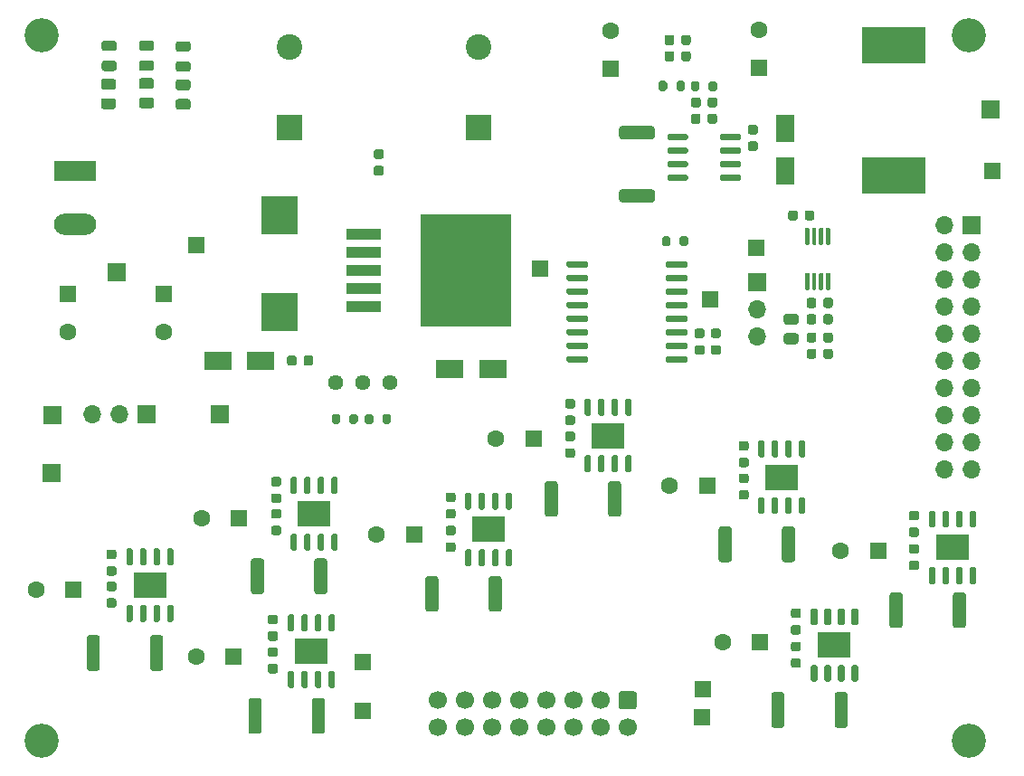
<source format=gts>
G04 #@! TF.GenerationSoftware,KiCad,Pcbnew,(5.1.12)-1*
G04 #@! TF.CreationDate,2022-03-22T09:12:58+08:00*
G04 #@! TF.ProjectId,Printhead-Driver,5072696e-7468-4656-9164-2d4472697665,V0.5c2*
G04 #@! TF.SameCoordinates,Original*
G04 #@! TF.FileFunction,Soldermask,Top*
G04 #@! TF.FilePolarity,Negative*
%FSLAX46Y46*%
G04 Gerber Fmt 4.6, Leading zero omitted, Abs format (unit mm)*
G04 Created by KiCad (PCBNEW (5.1.12)-1) date 2022-03-22 09:12:58*
%MOMM*%
%LPD*%
G01*
G04 APERTURE LIST*
%ADD10R,1.700000X1.700000*%
%ADD11O,1.700000X1.700000*%
%ADD12R,1.500000X1.500000*%
%ADD13C,1.700000*%
%ADD14R,3.100000X2.410000*%
%ADD15C,1.600000*%
%ADD16R,1.600000X1.600000*%
%ADD17C,3.200000*%
%ADD18R,2.500000X1.800000*%
%ADD19R,8.460000X10.530000*%
%ADD20R,3.210000X1.050000*%
%ADD21C,1.440000*%
%ADD22R,6.000000X3.500000*%
%ADD23R,3.500000X3.550000*%
%ADD24O,3.960000X1.980000*%
%ADD25R,3.960000X1.980000*%
%ADD26R,1.800000X2.500000*%
%ADD27C,2.400000*%
%ADD28R,2.400000X2.400000*%
G04 APERTURE END LIST*
D10*
X105410000Y-106553000D03*
D11*
X109169200Y-101041200D03*
X111709200Y-101041200D03*
D10*
X114249200Y-101041200D03*
X193294000Y-72517000D03*
X111506000Y-87731600D03*
X121132600Y-101015800D03*
X105460800Y-101092000D03*
D12*
X118935500Y-85217000D03*
D13*
X141541500Y-130365500D03*
X144081500Y-130365500D03*
X146621500Y-130365500D03*
X149161500Y-130365500D03*
X151701500Y-130365500D03*
X154241500Y-130365500D03*
X156781500Y-130365500D03*
X159321500Y-130365500D03*
X141541500Y-127825500D03*
X144081500Y-127825500D03*
X146621500Y-127825500D03*
X149161500Y-127825500D03*
X151701500Y-127825500D03*
X154241500Y-127825500D03*
X156781500Y-127825500D03*
G36*
G01*
X158721500Y-126975500D02*
X159921500Y-126975500D01*
G75*
G02*
X160171500Y-127225500I0J-250000D01*
G01*
X160171500Y-128425500D01*
G75*
G02*
X159921500Y-128675500I-250000J0D01*
G01*
X158721500Y-128675500D01*
G75*
G02*
X158471500Y-128425500I0J250000D01*
G01*
X158471500Y-127225500D01*
G75*
G02*
X158721500Y-126975500I250000J0D01*
G01*
G37*
D12*
X166370000Y-126752000D03*
X166306500Y-129413000D03*
G36*
G01*
X157480500Y-110391001D02*
X157480500Y-107540999D01*
G75*
G02*
X157730499Y-107291000I249999J0D01*
G01*
X158455501Y-107291000D01*
G75*
G02*
X158705500Y-107540999I0J-249999D01*
G01*
X158705500Y-110391001D01*
G75*
G02*
X158455501Y-110641000I-249999J0D01*
G01*
X157730499Y-110641000D01*
G75*
G02*
X157480500Y-110391001I0J249999D01*
G01*
G37*
G36*
G01*
X151555500Y-110391001D02*
X151555500Y-107540999D01*
G75*
G02*
X151805499Y-107291000I249999J0D01*
G01*
X152530501Y-107291000D01*
G75*
G02*
X152780500Y-107540999I0J-249999D01*
G01*
X152780500Y-110391001D01*
G75*
G02*
X152530501Y-110641000I-249999J0D01*
G01*
X151805499Y-110641000D01*
G75*
G02*
X151555500Y-110391001I0J249999D01*
G01*
G37*
D14*
X157493000Y-103025500D03*
G36*
G01*
X159248000Y-104875500D02*
X159548000Y-104875500D01*
G75*
G02*
X159698000Y-105025500I0J-150000D01*
G01*
X159698000Y-106325500D01*
G75*
G02*
X159548000Y-106475500I-150000J0D01*
G01*
X159248000Y-106475500D01*
G75*
G02*
X159098000Y-106325500I0J150000D01*
G01*
X159098000Y-105025500D01*
G75*
G02*
X159248000Y-104875500I150000J0D01*
G01*
G37*
G36*
G01*
X157978000Y-104875500D02*
X158278000Y-104875500D01*
G75*
G02*
X158428000Y-105025500I0J-150000D01*
G01*
X158428000Y-106325500D01*
G75*
G02*
X158278000Y-106475500I-150000J0D01*
G01*
X157978000Y-106475500D01*
G75*
G02*
X157828000Y-106325500I0J150000D01*
G01*
X157828000Y-105025500D01*
G75*
G02*
X157978000Y-104875500I150000J0D01*
G01*
G37*
G36*
G01*
X156708000Y-104875500D02*
X157008000Y-104875500D01*
G75*
G02*
X157158000Y-105025500I0J-150000D01*
G01*
X157158000Y-106325500D01*
G75*
G02*
X157008000Y-106475500I-150000J0D01*
G01*
X156708000Y-106475500D01*
G75*
G02*
X156558000Y-106325500I0J150000D01*
G01*
X156558000Y-105025500D01*
G75*
G02*
X156708000Y-104875500I150000J0D01*
G01*
G37*
G36*
G01*
X155438000Y-104875500D02*
X155738000Y-104875500D01*
G75*
G02*
X155888000Y-105025500I0J-150000D01*
G01*
X155888000Y-106325500D01*
G75*
G02*
X155738000Y-106475500I-150000J0D01*
G01*
X155438000Y-106475500D01*
G75*
G02*
X155288000Y-106325500I0J150000D01*
G01*
X155288000Y-105025500D01*
G75*
G02*
X155438000Y-104875500I150000J0D01*
G01*
G37*
G36*
G01*
X155438000Y-99575500D02*
X155738000Y-99575500D01*
G75*
G02*
X155888000Y-99725500I0J-150000D01*
G01*
X155888000Y-101025500D01*
G75*
G02*
X155738000Y-101175500I-150000J0D01*
G01*
X155438000Y-101175500D01*
G75*
G02*
X155288000Y-101025500I0J150000D01*
G01*
X155288000Y-99725500D01*
G75*
G02*
X155438000Y-99575500I150000J0D01*
G01*
G37*
G36*
G01*
X156708000Y-99575500D02*
X157008000Y-99575500D01*
G75*
G02*
X157158000Y-99725500I0J-150000D01*
G01*
X157158000Y-101025500D01*
G75*
G02*
X157008000Y-101175500I-150000J0D01*
G01*
X156708000Y-101175500D01*
G75*
G02*
X156558000Y-101025500I0J150000D01*
G01*
X156558000Y-99725500D01*
G75*
G02*
X156708000Y-99575500I150000J0D01*
G01*
G37*
G36*
G01*
X157978000Y-99575500D02*
X158278000Y-99575500D01*
G75*
G02*
X158428000Y-99725500I0J-150000D01*
G01*
X158428000Y-101025500D01*
G75*
G02*
X158278000Y-101175500I-150000J0D01*
G01*
X157978000Y-101175500D01*
G75*
G02*
X157828000Y-101025500I0J150000D01*
G01*
X157828000Y-99725500D01*
G75*
G02*
X157978000Y-99575500I150000J0D01*
G01*
G37*
G36*
G01*
X159248000Y-99575500D02*
X159548000Y-99575500D01*
G75*
G02*
X159698000Y-99725500I0J-150000D01*
G01*
X159698000Y-101025500D01*
G75*
G02*
X159548000Y-101175500I-150000J0D01*
G01*
X159248000Y-101175500D01*
G75*
G02*
X159098000Y-101025500I0J150000D01*
G01*
X159098000Y-99725500D01*
G75*
G02*
X159248000Y-99575500I150000J0D01*
G01*
G37*
G36*
G01*
X153674000Y-101150000D02*
X154174000Y-101150000D01*
G75*
G02*
X154399000Y-101375000I0J-225000D01*
G01*
X154399000Y-101825000D01*
G75*
G02*
X154174000Y-102050000I-225000J0D01*
G01*
X153674000Y-102050000D01*
G75*
G02*
X153449000Y-101825000I0J225000D01*
G01*
X153449000Y-101375000D01*
G75*
G02*
X153674000Y-101150000I225000J0D01*
G01*
G37*
G36*
G01*
X153674000Y-99600000D02*
X154174000Y-99600000D01*
G75*
G02*
X154399000Y-99825000I0J-225000D01*
G01*
X154399000Y-100275000D01*
G75*
G02*
X154174000Y-100500000I-225000J0D01*
G01*
X153674000Y-100500000D01*
G75*
G02*
X153449000Y-100275000I0J225000D01*
G01*
X153449000Y-99825000D01*
G75*
G02*
X153674000Y-99600000I225000J0D01*
G01*
G37*
G36*
G01*
X153674000Y-104211000D02*
X154174000Y-104211000D01*
G75*
G02*
X154399000Y-104436000I0J-225000D01*
G01*
X154399000Y-104886000D01*
G75*
G02*
X154174000Y-105111000I-225000J0D01*
G01*
X153674000Y-105111000D01*
G75*
G02*
X153449000Y-104886000I0J225000D01*
G01*
X153449000Y-104436000D01*
G75*
G02*
X153674000Y-104211000I225000J0D01*
G01*
G37*
G36*
G01*
X153674000Y-102661000D02*
X154174000Y-102661000D01*
G75*
G02*
X154399000Y-102886000I0J-225000D01*
G01*
X154399000Y-103336000D01*
G75*
G02*
X154174000Y-103561000I-225000J0D01*
G01*
X153674000Y-103561000D01*
G75*
G02*
X153449000Y-103336000I0J225000D01*
G01*
X153449000Y-102886000D01*
G75*
G02*
X153674000Y-102661000I225000J0D01*
G01*
G37*
D15*
X146995000Y-103314500D03*
D16*
X150495000Y-103314500D03*
D17*
X104457500Y-131572000D03*
X191262000Y-131572000D03*
X191262000Y-65595500D03*
X104457500Y-65595500D03*
D15*
X171577000Y-65080000D03*
D16*
X171577000Y-68580000D03*
D18*
X120968000Y-96012000D03*
X124968000Y-96012000D03*
D15*
X157734000Y-65151000D03*
D16*
X157734000Y-68651000D03*
D15*
X115887500Y-93289000D03*
D16*
X115887500Y-89789000D03*
D15*
X106934000Y-93289000D03*
D16*
X106934000Y-89789000D03*
D15*
X135819000Y-112268000D03*
D16*
X139319000Y-112268000D03*
D15*
X168204000Y-122364499D03*
D16*
X171704000Y-122364499D03*
D15*
X103942000Y-117475000D03*
D16*
X107442000Y-117475000D03*
D15*
X179253000Y-113791999D03*
D16*
X182753000Y-113791999D03*
D15*
X119436000Y-110744000D03*
D16*
X122936000Y-110744000D03*
D15*
X163251000Y-107696000D03*
D16*
X166751000Y-107696000D03*
D15*
X118928000Y-123761500D03*
D16*
X122428000Y-123761500D03*
G36*
G01*
X118159857Y-70713780D02*
X117259853Y-70713780D01*
G75*
G02*
X117009855Y-70463782I0J249998D01*
G01*
X117009855Y-69938778D01*
G75*
G02*
X117259853Y-69688780I249998J0D01*
G01*
X118159857Y-69688780D01*
G75*
G02*
X118409855Y-69938778I0J-249998D01*
G01*
X118409855Y-70463782D01*
G75*
G02*
X118159857Y-70713780I-249998J0D01*
G01*
G37*
G36*
G01*
X118159857Y-72538780D02*
X117259853Y-72538780D01*
G75*
G02*
X117009855Y-72288782I0J249998D01*
G01*
X117009855Y-71763778D01*
G75*
G02*
X117259853Y-71513780I249998J0D01*
G01*
X118159857Y-71513780D01*
G75*
G02*
X118409855Y-71763778I0J-249998D01*
G01*
X118409855Y-72288782D01*
G75*
G02*
X118159857Y-72538780I-249998J0D01*
G01*
G37*
G36*
G01*
X111174856Y-70650280D02*
X110274852Y-70650280D01*
G75*
G02*
X110024854Y-70400282I0J249998D01*
G01*
X110024854Y-69875278D01*
G75*
G02*
X110274852Y-69625280I249998J0D01*
G01*
X111174856Y-69625280D01*
G75*
G02*
X111424854Y-69875278I0J-249998D01*
G01*
X111424854Y-70400282D01*
G75*
G02*
X111174856Y-70650280I-249998J0D01*
G01*
G37*
G36*
G01*
X111174856Y-72475280D02*
X110274852Y-72475280D01*
G75*
G02*
X110024854Y-72225282I0J249998D01*
G01*
X110024854Y-71700278D01*
G75*
G02*
X110274852Y-71450280I249998J0D01*
G01*
X111174856Y-71450280D01*
G75*
G02*
X111424854Y-71700278I0J-249998D01*
G01*
X111424854Y-72225282D01*
G75*
G02*
X111174856Y-72475280I-249998J0D01*
G01*
G37*
G36*
G01*
X114730855Y-70586780D02*
X113830851Y-70586780D01*
G75*
G02*
X113580853Y-70336782I0J249998D01*
G01*
X113580853Y-69811778D01*
G75*
G02*
X113830851Y-69561780I249998J0D01*
G01*
X114730855Y-69561780D01*
G75*
G02*
X114980853Y-69811778I0J-249998D01*
G01*
X114980853Y-70336782D01*
G75*
G02*
X114730855Y-70586780I-249998J0D01*
G01*
G37*
G36*
G01*
X114730855Y-72411780D02*
X113830851Y-72411780D01*
G75*
G02*
X113580853Y-72161782I0J249998D01*
G01*
X113580853Y-71636778D01*
G75*
G02*
X113830851Y-71386780I249998J0D01*
G01*
X114730855Y-71386780D01*
G75*
G02*
X114980853Y-71636778I0J-249998D01*
G01*
X114980853Y-72161782D01*
G75*
G02*
X114730855Y-72411780I-249998J0D01*
G01*
G37*
G36*
G01*
X117253604Y-67999279D02*
X118166104Y-67999279D01*
G75*
G02*
X118409854Y-68243029I0J-243750D01*
G01*
X118409854Y-68730529D01*
G75*
G02*
X118166104Y-68974279I-243750J0D01*
G01*
X117253604Y-68974279D01*
G75*
G02*
X117009854Y-68730529I0J243750D01*
G01*
X117009854Y-68243029D01*
G75*
G02*
X117253604Y-67999279I243750J0D01*
G01*
G37*
G36*
G01*
X117253604Y-66124279D02*
X118166104Y-66124279D01*
G75*
G02*
X118409854Y-66368029I0J-243750D01*
G01*
X118409854Y-66855529D01*
G75*
G02*
X118166104Y-67099279I-243750J0D01*
G01*
X117253604Y-67099279D01*
G75*
G02*
X117009854Y-66855529I0J243750D01*
G01*
X117009854Y-66368029D01*
G75*
G02*
X117253604Y-66124279I243750J0D01*
G01*
G37*
G36*
G01*
X110332104Y-67935778D02*
X111244604Y-67935778D01*
G75*
G02*
X111488354Y-68179528I0J-243750D01*
G01*
X111488354Y-68667028D01*
G75*
G02*
X111244604Y-68910778I-243750J0D01*
G01*
X110332104Y-68910778D01*
G75*
G02*
X110088354Y-68667028I0J243750D01*
G01*
X110088354Y-68179528D01*
G75*
G02*
X110332104Y-67935778I243750J0D01*
G01*
G37*
G36*
G01*
X110332104Y-66060778D02*
X111244604Y-66060778D01*
G75*
G02*
X111488354Y-66304528I0J-243750D01*
G01*
X111488354Y-66792028D01*
G75*
G02*
X111244604Y-67035778I-243750J0D01*
G01*
X110332104Y-67035778D01*
G75*
G02*
X110088354Y-66792028I0J243750D01*
G01*
X110088354Y-66304528D01*
G75*
G02*
X110332104Y-66060778I243750J0D01*
G01*
G37*
G36*
G01*
X113824604Y-67920780D02*
X114737104Y-67920780D01*
G75*
G02*
X114980854Y-68164530I0J-243750D01*
G01*
X114980854Y-68652030D01*
G75*
G02*
X114737104Y-68895780I-243750J0D01*
G01*
X113824604Y-68895780D01*
G75*
G02*
X113580854Y-68652030I0J243750D01*
G01*
X113580854Y-68164530D01*
G75*
G02*
X113824604Y-67920780I243750J0D01*
G01*
G37*
G36*
G01*
X113824604Y-66045780D02*
X114737104Y-66045780D01*
G75*
G02*
X114980854Y-66289530I0J-243750D01*
G01*
X114980854Y-66777030D01*
G75*
G02*
X114737104Y-67020780I-243750J0D01*
G01*
X113824604Y-67020780D01*
G75*
G02*
X113580854Y-66777030I0J243750D01*
G01*
X113580854Y-66289530D01*
G75*
G02*
X113824604Y-66045780I243750J0D01*
G01*
G37*
D19*
X144208500Y-87566500D03*
D20*
X134578500Y-90966500D03*
X134578500Y-89266500D03*
X134578500Y-87566500D03*
X134578500Y-85866500D03*
X134578500Y-84166500D03*
G36*
G01*
X177976500Y-87787000D02*
X178176500Y-87787000D01*
G75*
G02*
X178276500Y-87887000I0J-100000D01*
G01*
X178276500Y-89312000D01*
G75*
G02*
X178176500Y-89412000I-100000J0D01*
G01*
X177976500Y-89412000D01*
G75*
G02*
X177876500Y-89312000I0J100000D01*
G01*
X177876500Y-87887000D01*
G75*
G02*
X177976500Y-87787000I100000J0D01*
G01*
G37*
G36*
G01*
X177326500Y-87787000D02*
X177526500Y-87787000D01*
G75*
G02*
X177626500Y-87887000I0J-100000D01*
G01*
X177626500Y-89312000D01*
G75*
G02*
X177526500Y-89412000I-100000J0D01*
G01*
X177326500Y-89412000D01*
G75*
G02*
X177226500Y-89312000I0J100000D01*
G01*
X177226500Y-87887000D01*
G75*
G02*
X177326500Y-87787000I100000J0D01*
G01*
G37*
G36*
G01*
X176676500Y-87787000D02*
X176876500Y-87787000D01*
G75*
G02*
X176976500Y-87887000I0J-100000D01*
G01*
X176976500Y-89312000D01*
G75*
G02*
X176876500Y-89412000I-100000J0D01*
G01*
X176676500Y-89412000D01*
G75*
G02*
X176576500Y-89312000I0J100000D01*
G01*
X176576500Y-87887000D01*
G75*
G02*
X176676500Y-87787000I100000J0D01*
G01*
G37*
G36*
G01*
X176026500Y-87787000D02*
X176226500Y-87787000D01*
G75*
G02*
X176326500Y-87887000I0J-100000D01*
G01*
X176326500Y-89312000D01*
G75*
G02*
X176226500Y-89412000I-100000J0D01*
G01*
X176026500Y-89412000D01*
G75*
G02*
X175926500Y-89312000I0J100000D01*
G01*
X175926500Y-87887000D01*
G75*
G02*
X176026500Y-87787000I100000J0D01*
G01*
G37*
G36*
G01*
X176026500Y-83562000D02*
X176226500Y-83562000D01*
G75*
G02*
X176326500Y-83662000I0J-100000D01*
G01*
X176326500Y-85087000D01*
G75*
G02*
X176226500Y-85187000I-100000J0D01*
G01*
X176026500Y-85187000D01*
G75*
G02*
X175926500Y-85087000I0J100000D01*
G01*
X175926500Y-83662000D01*
G75*
G02*
X176026500Y-83562000I100000J0D01*
G01*
G37*
G36*
G01*
X176676500Y-83562000D02*
X176876500Y-83562000D01*
G75*
G02*
X176976500Y-83662000I0J-100000D01*
G01*
X176976500Y-85087000D01*
G75*
G02*
X176876500Y-85187000I-100000J0D01*
G01*
X176676500Y-85187000D01*
G75*
G02*
X176576500Y-85087000I0J100000D01*
G01*
X176576500Y-83662000D01*
G75*
G02*
X176676500Y-83562000I100000J0D01*
G01*
G37*
G36*
G01*
X177326500Y-83562000D02*
X177526500Y-83562000D01*
G75*
G02*
X177626500Y-83662000I0J-100000D01*
G01*
X177626500Y-85087000D01*
G75*
G02*
X177526500Y-85187000I-100000J0D01*
G01*
X177326500Y-85187000D01*
G75*
G02*
X177226500Y-85087000I0J100000D01*
G01*
X177226500Y-83662000D01*
G75*
G02*
X177326500Y-83562000I100000J0D01*
G01*
G37*
G36*
G01*
X177976500Y-83562000D02*
X178176500Y-83562000D01*
G75*
G02*
X178276500Y-83662000I0J-100000D01*
G01*
X178276500Y-85087000D01*
G75*
G02*
X178176500Y-85187000I-100000J0D01*
G01*
X177976500Y-85187000D01*
G75*
G02*
X177876500Y-85087000I0J100000D01*
G01*
X177876500Y-83662000D01*
G75*
G02*
X177976500Y-83562000I100000J0D01*
G01*
G37*
G36*
G01*
X164969602Y-78749684D02*
X164969602Y-79049684D01*
G75*
G02*
X164819602Y-79199684I-150000J0D01*
G01*
X163169602Y-79199684D01*
G75*
G02*
X163019602Y-79049684I0J150000D01*
G01*
X163019602Y-78749684D01*
G75*
G02*
X163169602Y-78599684I150000J0D01*
G01*
X164819602Y-78599684D01*
G75*
G02*
X164969602Y-78749684I0J-150000D01*
G01*
G37*
G36*
G01*
X164969602Y-77479684D02*
X164969602Y-77779684D01*
G75*
G02*
X164819602Y-77929684I-150000J0D01*
G01*
X163169602Y-77929684D01*
G75*
G02*
X163019602Y-77779684I0J150000D01*
G01*
X163019602Y-77479684D01*
G75*
G02*
X163169602Y-77329684I150000J0D01*
G01*
X164819602Y-77329684D01*
G75*
G02*
X164969602Y-77479684I0J-150000D01*
G01*
G37*
G36*
G01*
X164969602Y-76209684D02*
X164969602Y-76509684D01*
G75*
G02*
X164819602Y-76659684I-150000J0D01*
G01*
X163169602Y-76659684D01*
G75*
G02*
X163019602Y-76509684I0J150000D01*
G01*
X163019602Y-76209684D01*
G75*
G02*
X163169602Y-76059684I150000J0D01*
G01*
X164819602Y-76059684D01*
G75*
G02*
X164969602Y-76209684I0J-150000D01*
G01*
G37*
G36*
G01*
X164969602Y-74939684D02*
X164969602Y-75239684D01*
G75*
G02*
X164819602Y-75389684I-150000J0D01*
G01*
X163169602Y-75389684D01*
G75*
G02*
X163019602Y-75239684I0J150000D01*
G01*
X163019602Y-74939684D01*
G75*
G02*
X163169602Y-74789684I150000J0D01*
G01*
X164819602Y-74789684D01*
G75*
G02*
X164969602Y-74939684I0J-150000D01*
G01*
G37*
G36*
G01*
X169919602Y-74939684D02*
X169919602Y-75239684D01*
G75*
G02*
X169769602Y-75389684I-150000J0D01*
G01*
X168119602Y-75389684D01*
G75*
G02*
X167969602Y-75239684I0J150000D01*
G01*
X167969602Y-74939684D01*
G75*
G02*
X168119602Y-74789684I150000J0D01*
G01*
X169769602Y-74789684D01*
G75*
G02*
X169919602Y-74939684I0J-150000D01*
G01*
G37*
G36*
G01*
X169919602Y-76209684D02*
X169919602Y-76509684D01*
G75*
G02*
X169769602Y-76659684I-150000J0D01*
G01*
X168119602Y-76659684D01*
G75*
G02*
X167969602Y-76509684I0J150000D01*
G01*
X167969602Y-76209684D01*
G75*
G02*
X168119602Y-76059684I150000J0D01*
G01*
X169769602Y-76059684D01*
G75*
G02*
X169919602Y-76209684I0J-150000D01*
G01*
G37*
G36*
G01*
X169919602Y-77479684D02*
X169919602Y-77779684D01*
G75*
G02*
X169769602Y-77929684I-150000J0D01*
G01*
X168119602Y-77929684D01*
G75*
G02*
X167969602Y-77779684I0J150000D01*
G01*
X167969602Y-77479684D01*
G75*
G02*
X168119602Y-77329684I150000J0D01*
G01*
X169769602Y-77329684D01*
G75*
G02*
X169919602Y-77479684I0J-150000D01*
G01*
G37*
G36*
G01*
X169919602Y-78749684D02*
X169919602Y-79049684D01*
G75*
G02*
X169769602Y-79199684I-150000J0D01*
G01*
X168119602Y-79199684D01*
G75*
G02*
X167969602Y-79049684I0J150000D01*
G01*
X167969602Y-78749684D01*
G75*
G02*
X168119602Y-78599684I150000J0D01*
G01*
X169769602Y-78599684D01*
G75*
G02*
X169919602Y-78749684I0J-150000D01*
G01*
G37*
G36*
G01*
X162883000Y-87145000D02*
X162883000Y-86845000D01*
G75*
G02*
X163033000Y-86695000I150000J0D01*
G01*
X164783000Y-86695000D01*
G75*
G02*
X164933000Y-86845000I0J-150000D01*
G01*
X164933000Y-87145000D01*
G75*
G02*
X164783000Y-87295000I-150000J0D01*
G01*
X163033000Y-87295000D01*
G75*
G02*
X162883000Y-87145000I0J150000D01*
G01*
G37*
G36*
G01*
X162883000Y-88415000D02*
X162883000Y-88115000D01*
G75*
G02*
X163033000Y-87965000I150000J0D01*
G01*
X164783000Y-87965000D01*
G75*
G02*
X164933000Y-88115000I0J-150000D01*
G01*
X164933000Y-88415000D01*
G75*
G02*
X164783000Y-88565000I-150000J0D01*
G01*
X163033000Y-88565000D01*
G75*
G02*
X162883000Y-88415000I0J150000D01*
G01*
G37*
G36*
G01*
X162883000Y-89685000D02*
X162883000Y-89385000D01*
G75*
G02*
X163033000Y-89235000I150000J0D01*
G01*
X164783000Y-89235000D01*
G75*
G02*
X164933000Y-89385000I0J-150000D01*
G01*
X164933000Y-89685000D01*
G75*
G02*
X164783000Y-89835000I-150000J0D01*
G01*
X163033000Y-89835000D01*
G75*
G02*
X162883000Y-89685000I0J150000D01*
G01*
G37*
G36*
G01*
X162883000Y-90955000D02*
X162883000Y-90655000D01*
G75*
G02*
X163033000Y-90505000I150000J0D01*
G01*
X164783000Y-90505000D01*
G75*
G02*
X164933000Y-90655000I0J-150000D01*
G01*
X164933000Y-90955000D01*
G75*
G02*
X164783000Y-91105000I-150000J0D01*
G01*
X163033000Y-91105000D01*
G75*
G02*
X162883000Y-90955000I0J150000D01*
G01*
G37*
G36*
G01*
X162883000Y-92225000D02*
X162883000Y-91925000D01*
G75*
G02*
X163033000Y-91775000I150000J0D01*
G01*
X164783000Y-91775000D01*
G75*
G02*
X164933000Y-91925000I0J-150000D01*
G01*
X164933000Y-92225000D01*
G75*
G02*
X164783000Y-92375000I-150000J0D01*
G01*
X163033000Y-92375000D01*
G75*
G02*
X162883000Y-92225000I0J150000D01*
G01*
G37*
G36*
G01*
X162883000Y-93495000D02*
X162883000Y-93195000D01*
G75*
G02*
X163033000Y-93045000I150000J0D01*
G01*
X164783000Y-93045000D01*
G75*
G02*
X164933000Y-93195000I0J-150000D01*
G01*
X164933000Y-93495000D01*
G75*
G02*
X164783000Y-93645000I-150000J0D01*
G01*
X163033000Y-93645000D01*
G75*
G02*
X162883000Y-93495000I0J150000D01*
G01*
G37*
G36*
G01*
X162883000Y-94765000D02*
X162883000Y-94465000D01*
G75*
G02*
X163033000Y-94315000I150000J0D01*
G01*
X164783000Y-94315000D01*
G75*
G02*
X164933000Y-94465000I0J-150000D01*
G01*
X164933000Y-94765000D01*
G75*
G02*
X164783000Y-94915000I-150000J0D01*
G01*
X163033000Y-94915000D01*
G75*
G02*
X162883000Y-94765000I0J150000D01*
G01*
G37*
G36*
G01*
X162883000Y-96035000D02*
X162883000Y-95735000D01*
G75*
G02*
X163033000Y-95585000I150000J0D01*
G01*
X164783000Y-95585000D01*
G75*
G02*
X164933000Y-95735000I0J-150000D01*
G01*
X164933000Y-96035000D01*
G75*
G02*
X164783000Y-96185000I-150000J0D01*
G01*
X163033000Y-96185000D01*
G75*
G02*
X162883000Y-96035000I0J150000D01*
G01*
G37*
G36*
G01*
X153583000Y-96035000D02*
X153583000Y-95735000D01*
G75*
G02*
X153733000Y-95585000I150000J0D01*
G01*
X155483000Y-95585000D01*
G75*
G02*
X155633000Y-95735000I0J-150000D01*
G01*
X155633000Y-96035000D01*
G75*
G02*
X155483000Y-96185000I-150000J0D01*
G01*
X153733000Y-96185000D01*
G75*
G02*
X153583000Y-96035000I0J150000D01*
G01*
G37*
G36*
G01*
X153583000Y-94765000D02*
X153583000Y-94465000D01*
G75*
G02*
X153733000Y-94315000I150000J0D01*
G01*
X155483000Y-94315000D01*
G75*
G02*
X155633000Y-94465000I0J-150000D01*
G01*
X155633000Y-94765000D01*
G75*
G02*
X155483000Y-94915000I-150000J0D01*
G01*
X153733000Y-94915000D01*
G75*
G02*
X153583000Y-94765000I0J150000D01*
G01*
G37*
G36*
G01*
X153583000Y-93495000D02*
X153583000Y-93195000D01*
G75*
G02*
X153733000Y-93045000I150000J0D01*
G01*
X155483000Y-93045000D01*
G75*
G02*
X155633000Y-93195000I0J-150000D01*
G01*
X155633000Y-93495000D01*
G75*
G02*
X155483000Y-93645000I-150000J0D01*
G01*
X153733000Y-93645000D01*
G75*
G02*
X153583000Y-93495000I0J150000D01*
G01*
G37*
G36*
G01*
X153583000Y-92225000D02*
X153583000Y-91925000D01*
G75*
G02*
X153733000Y-91775000I150000J0D01*
G01*
X155483000Y-91775000D01*
G75*
G02*
X155633000Y-91925000I0J-150000D01*
G01*
X155633000Y-92225000D01*
G75*
G02*
X155483000Y-92375000I-150000J0D01*
G01*
X153733000Y-92375000D01*
G75*
G02*
X153583000Y-92225000I0J150000D01*
G01*
G37*
G36*
G01*
X153583000Y-90955000D02*
X153583000Y-90655000D01*
G75*
G02*
X153733000Y-90505000I150000J0D01*
G01*
X155483000Y-90505000D01*
G75*
G02*
X155633000Y-90655000I0J-150000D01*
G01*
X155633000Y-90955000D01*
G75*
G02*
X155483000Y-91105000I-150000J0D01*
G01*
X153733000Y-91105000D01*
G75*
G02*
X153583000Y-90955000I0J150000D01*
G01*
G37*
G36*
G01*
X153583000Y-89685000D02*
X153583000Y-89385000D01*
G75*
G02*
X153733000Y-89235000I150000J0D01*
G01*
X155483000Y-89235000D01*
G75*
G02*
X155633000Y-89385000I0J-150000D01*
G01*
X155633000Y-89685000D01*
G75*
G02*
X155483000Y-89835000I-150000J0D01*
G01*
X153733000Y-89835000D01*
G75*
G02*
X153583000Y-89685000I0J150000D01*
G01*
G37*
G36*
G01*
X153583000Y-88415000D02*
X153583000Y-88115000D01*
G75*
G02*
X153733000Y-87965000I150000J0D01*
G01*
X155483000Y-87965000D01*
G75*
G02*
X155633000Y-88115000I0J-150000D01*
G01*
X155633000Y-88415000D01*
G75*
G02*
X155483000Y-88565000I-150000J0D01*
G01*
X153733000Y-88565000D01*
G75*
G02*
X153583000Y-88415000I0J150000D01*
G01*
G37*
G36*
G01*
X153583000Y-87145000D02*
X153583000Y-86845000D01*
G75*
G02*
X153733000Y-86695000I150000J0D01*
G01*
X155483000Y-86695000D01*
G75*
G02*
X155633000Y-86845000I0J-150000D01*
G01*
X155633000Y-87145000D01*
G75*
G02*
X155483000Y-87295000I-150000J0D01*
G01*
X153733000Y-87295000D01*
G75*
G02*
X153583000Y-87145000I0J150000D01*
G01*
G37*
D14*
X146304000Y-111823500D03*
G36*
G01*
X148059000Y-113673500D02*
X148359000Y-113673500D01*
G75*
G02*
X148509000Y-113823500I0J-150000D01*
G01*
X148509000Y-115123500D01*
G75*
G02*
X148359000Y-115273500I-150000J0D01*
G01*
X148059000Y-115273500D01*
G75*
G02*
X147909000Y-115123500I0J150000D01*
G01*
X147909000Y-113823500D01*
G75*
G02*
X148059000Y-113673500I150000J0D01*
G01*
G37*
G36*
G01*
X146789000Y-113673500D02*
X147089000Y-113673500D01*
G75*
G02*
X147239000Y-113823500I0J-150000D01*
G01*
X147239000Y-115123500D01*
G75*
G02*
X147089000Y-115273500I-150000J0D01*
G01*
X146789000Y-115273500D01*
G75*
G02*
X146639000Y-115123500I0J150000D01*
G01*
X146639000Y-113823500D01*
G75*
G02*
X146789000Y-113673500I150000J0D01*
G01*
G37*
G36*
G01*
X145519000Y-113673500D02*
X145819000Y-113673500D01*
G75*
G02*
X145969000Y-113823500I0J-150000D01*
G01*
X145969000Y-115123500D01*
G75*
G02*
X145819000Y-115273500I-150000J0D01*
G01*
X145519000Y-115273500D01*
G75*
G02*
X145369000Y-115123500I0J150000D01*
G01*
X145369000Y-113823500D01*
G75*
G02*
X145519000Y-113673500I150000J0D01*
G01*
G37*
G36*
G01*
X144249000Y-113673500D02*
X144549000Y-113673500D01*
G75*
G02*
X144699000Y-113823500I0J-150000D01*
G01*
X144699000Y-115123500D01*
G75*
G02*
X144549000Y-115273500I-150000J0D01*
G01*
X144249000Y-115273500D01*
G75*
G02*
X144099000Y-115123500I0J150000D01*
G01*
X144099000Y-113823500D01*
G75*
G02*
X144249000Y-113673500I150000J0D01*
G01*
G37*
G36*
G01*
X144249000Y-108373500D02*
X144549000Y-108373500D01*
G75*
G02*
X144699000Y-108523500I0J-150000D01*
G01*
X144699000Y-109823500D01*
G75*
G02*
X144549000Y-109973500I-150000J0D01*
G01*
X144249000Y-109973500D01*
G75*
G02*
X144099000Y-109823500I0J150000D01*
G01*
X144099000Y-108523500D01*
G75*
G02*
X144249000Y-108373500I150000J0D01*
G01*
G37*
G36*
G01*
X145519000Y-108373500D02*
X145819000Y-108373500D01*
G75*
G02*
X145969000Y-108523500I0J-150000D01*
G01*
X145969000Y-109823500D01*
G75*
G02*
X145819000Y-109973500I-150000J0D01*
G01*
X145519000Y-109973500D01*
G75*
G02*
X145369000Y-109823500I0J150000D01*
G01*
X145369000Y-108523500D01*
G75*
G02*
X145519000Y-108373500I150000J0D01*
G01*
G37*
G36*
G01*
X146789000Y-108373500D02*
X147089000Y-108373500D01*
G75*
G02*
X147239000Y-108523500I0J-150000D01*
G01*
X147239000Y-109823500D01*
G75*
G02*
X147089000Y-109973500I-150000J0D01*
G01*
X146789000Y-109973500D01*
G75*
G02*
X146639000Y-109823500I0J150000D01*
G01*
X146639000Y-108523500D01*
G75*
G02*
X146789000Y-108373500I150000J0D01*
G01*
G37*
G36*
G01*
X148059000Y-108373500D02*
X148359000Y-108373500D01*
G75*
G02*
X148509000Y-108523500I0J-150000D01*
G01*
X148509000Y-109823500D01*
G75*
G02*
X148359000Y-109973500I-150000J0D01*
G01*
X148059000Y-109973500D01*
G75*
G02*
X147909000Y-109823500I0J150000D01*
G01*
X147909000Y-108523500D01*
G75*
G02*
X148059000Y-108373500I150000J0D01*
G01*
G37*
X178676000Y-122647001D03*
G36*
G01*
X180431000Y-124497001D02*
X180731000Y-124497001D01*
G75*
G02*
X180881000Y-124647001I0J-150000D01*
G01*
X180881000Y-125947001D01*
G75*
G02*
X180731000Y-126097001I-150000J0D01*
G01*
X180431000Y-126097001D01*
G75*
G02*
X180281000Y-125947001I0J150000D01*
G01*
X180281000Y-124647001D01*
G75*
G02*
X180431000Y-124497001I150000J0D01*
G01*
G37*
G36*
G01*
X179161000Y-124497001D02*
X179461000Y-124497001D01*
G75*
G02*
X179611000Y-124647001I0J-150000D01*
G01*
X179611000Y-125947001D01*
G75*
G02*
X179461000Y-126097001I-150000J0D01*
G01*
X179161000Y-126097001D01*
G75*
G02*
X179011000Y-125947001I0J150000D01*
G01*
X179011000Y-124647001D01*
G75*
G02*
X179161000Y-124497001I150000J0D01*
G01*
G37*
G36*
G01*
X177891000Y-124497001D02*
X178191000Y-124497001D01*
G75*
G02*
X178341000Y-124647001I0J-150000D01*
G01*
X178341000Y-125947001D01*
G75*
G02*
X178191000Y-126097001I-150000J0D01*
G01*
X177891000Y-126097001D01*
G75*
G02*
X177741000Y-125947001I0J150000D01*
G01*
X177741000Y-124647001D01*
G75*
G02*
X177891000Y-124497001I150000J0D01*
G01*
G37*
G36*
G01*
X176621000Y-124497001D02*
X176921000Y-124497001D01*
G75*
G02*
X177071000Y-124647001I0J-150000D01*
G01*
X177071000Y-125947001D01*
G75*
G02*
X176921000Y-126097001I-150000J0D01*
G01*
X176621000Y-126097001D01*
G75*
G02*
X176471000Y-125947001I0J150000D01*
G01*
X176471000Y-124647001D01*
G75*
G02*
X176621000Y-124497001I150000J0D01*
G01*
G37*
G36*
G01*
X176621000Y-119197001D02*
X176921000Y-119197001D01*
G75*
G02*
X177071000Y-119347001I0J-150000D01*
G01*
X177071000Y-120647001D01*
G75*
G02*
X176921000Y-120797001I-150000J0D01*
G01*
X176621000Y-120797001D01*
G75*
G02*
X176471000Y-120647001I0J150000D01*
G01*
X176471000Y-119347001D01*
G75*
G02*
X176621000Y-119197001I150000J0D01*
G01*
G37*
G36*
G01*
X177891000Y-119197001D02*
X178191000Y-119197001D01*
G75*
G02*
X178341000Y-119347001I0J-150000D01*
G01*
X178341000Y-120647001D01*
G75*
G02*
X178191000Y-120797001I-150000J0D01*
G01*
X177891000Y-120797001D01*
G75*
G02*
X177741000Y-120647001I0J150000D01*
G01*
X177741000Y-119347001D01*
G75*
G02*
X177891000Y-119197001I150000J0D01*
G01*
G37*
G36*
G01*
X179161000Y-119197001D02*
X179461000Y-119197001D01*
G75*
G02*
X179611000Y-119347001I0J-150000D01*
G01*
X179611000Y-120647001D01*
G75*
G02*
X179461000Y-120797001I-150000J0D01*
G01*
X179161000Y-120797001D01*
G75*
G02*
X179011000Y-120647001I0J150000D01*
G01*
X179011000Y-119347001D01*
G75*
G02*
X179161000Y-119197001I150000J0D01*
G01*
G37*
G36*
G01*
X180431000Y-119197001D02*
X180731000Y-119197001D01*
G75*
G02*
X180881000Y-119347001I0J-150000D01*
G01*
X180881000Y-120647001D01*
G75*
G02*
X180731000Y-120797001I-150000J0D01*
G01*
X180431000Y-120797001D01*
G75*
G02*
X180281000Y-120647001I0J150000D01*
G01*
X180281000Y-119347001D01*
G75*
G02*
X180431000Y-119197001I150000J0D01*
G01*
G37*
X114617500Y-117030500D03*
G36*
G01*
X116372500Y-118880500D02*
X116672500Y-118880500D01*
G75*
G02*
X116822500Y-119030500I0J-150000D01*
G01*
X116822500Y-120330500D01*
G75*
G02*
X116672500Y-120480500I-150000J0D01*
G01*
X116372500Y-120480500D01*
G75*
G02*
X116222500Y-120330500I0J150000D01*
G01*
X116222500Y-119030500D01*
G75*
G02*
X116372500Y-118880500I150000J0D01*
G01*
G37*
G36*
G01*
X115102500Y-118880500D02*
X115402500Y-118880500D01*
G75*
G02*
X115552500Y-119030500I0J-150000D01*
G01*
X115552500Y-120330500D01*
G75*
G02*
X115402500Y-120480500I-150000J0D01*
G01*
X115102500Y-120480500D01*
G75*
G02*
X114952500Y-120330500I0J150000D01*
G01*
X114952500Y-119030500D01*
G75*
G02*
X115102500Y-118880500I150000J0D01*
G01*
G37*
G36*
G01*
X113832500Y-118880500D02*
X114132500Y-118880500D01*
G75*
G02*
X114282500Y-119030500I0J-150000D01*
G01*
X114282500Y-120330500D01*
G75*
G02*
X114132500Y-120480500I-150000J0D01*
G01*
X113832500Y-120480500D01*
G75*
G02*
X113682500Y-120330500I0J150000D01*
G01*
X113682500Y-119030500D01*
G75*
G02*
X113832500Y-118880500I150000J0D01*
G01*
G37*
G36*
G01*
X112562500Y-118880500D02*
X112862500Y-118880500D01*
G75*
G02*
X113012500Y-119030500I0J-150000D01*
G01*
X113012500Y-120330500D01*
G75*
G02*
X112862500Y-120480500I-150000J0D01*
G01*
X112562500Y-120480500D01*
G75*
G02*
X112412500Y-120330500I0J150000D01*
G01*
X112412500Y-119030500D01*
G75*
G02*
X112562500Y-118880500I150000J0D01*
G01*
G37*
G36*
G01*
X112562500Y-113580500D02*
X112862500Y-113580500D01*
G75*
G02*
X113012500Y-113730500I0J-150000D01*
G01*
X113012500Y-115030500D01*
G75*
G02*
X112862500Y-115180500I-150000J0D01*
G01*
X112562500Y-115180500D01*
G75*
G02*
X112412500Y-115030500I0J150000D01*
G01*
X112412500Y-113730500D01*
G75*
G02*
X112562500Y-113580500I150000J0D01*
G01*
G37*
G36*
G01*
X113832500Y-113580500D02*
X114132500Y-113580500D01*
G75*
G02*
X114282500Y-113730500I0J-150000D01*
G01*
X114282500Y-115030500D01*
G75*
G02*
X114132500Y-115180500I-150000J0D01*
G01*
X113832500Y-115180500D01*
G75*
G02*
X113682500Y-115030500I0J150000D01*
G01*
X113682500Y-113730500D01*
G75*
G02*
X113832500Y-113580500I150000J0D01*
G01*
G37*
G36*
G01*
X115102500Y-113580500D02*
X115402500Y-113580500D01*
G75*
G02*
X115552500Y-113730500I0J-150000D01*
G01*
X115552500Y-115030500D01*
G75*
G02*
X115402500Y-115180500I-150000J0D01*
G01*
X115102500Y-115180500D01*
G75*
G02*
X114952500Y-115030500I0J150000D01*
G01*
X114952500Y-113730500D01*
G75*
G02*
X115102500Y-113580500I150000J0D01*
G01*
G37*
G36*
G01*
X116372500Y-113580500D02*
X116672500Y-113580500D01*
G75*
G02*
X116822500Y-113730500I0J-150000D01*
G01*
X116822500Y-115030500D01*
G75*
G02*
X116672500Y-115180500I-150000J0D01*
G01*
X116372500Y-115180500D01*
G75*
G02*
X116222500Y-115030500I0J150000D01*
G01*
X116222500Y-113730500D01*
G75*
G02*
X116372500Y-113580500I150000J0D01*
G01*
G37*
X189725000Y-113503000D03*
G36*
G01*
X191480000Y-115353000D02*
X191780000Y-115353000D01*
G75*
G02*
X191930000Y-115503000I0J-150000D01*
G01*
X191930000Y-116803000D01*
G75*
G02*
X191780000Y-116953000I-150000J0D01*
G01*
X191480000Y-116953000D01*
G75*
G02*
X191330000Y-116803000I0J150000D01*
G01*
X191330000Y-115503000D01*
G75*
G02*
X191480000Y-115353000I150000J0D01*
G01*
G37*
G36*
G01*
X190210000Y-115353000D02*
X190510000Y-115353000D01*
G75*
G02*
X190660000Y-115503000I0J-150000D01*
G01*
X190660000Y-116803000D01*
G75*
G02*
X190510000Y-116953000I-150000J0D01*
G01*
X190210000Y-116953000D01*
G75*
G02*
X190060000Y-116803000I0J150000D01*
G01*
X190060000Y-115503000D01*
G75*
G02*
X190210000Y-115353000I150000J0D01*
G01*
G37*
G36*
G01*
X188940000Y-115353000D02*
X189240000Y-115353000D01*
G75*
G02*
X189390000Y-115503000I0J-150000D01*
G01*
X189390000Y-116803000D01*
G75*
G02*
X189240000Y-116953000I-150000J0D01*
G01*
X188940000Y-116953000D01*
G75*
G02*
X188790000Y-116803000I0J150000D01*
G01*
X188790000Y-115503000D01*
G75*
G02*
X188940000Y-115353000I150000J0D01*
G01*
G37*
G36*
G01*
X187670000Y-115353000D02*
X187970000Y-115353000D01*
G75*
G02*
X188120000Y-115503000I0J-150000D01*
G01*
X188120000Y-116803000D01*
G75*
G02*
X187970000Y-116953000I-150000J0D01*
G01*
X187670000Y-116953000D01*
G75*
G02*
X187520000Y-116803000I0J150000D01*
G01*
X187520000Y-115503000D01*
G75*
G02*
X187670000Y-115353000I150000J0D01*
G01*
G37*
G36*
G01*
X187670000Y-110053000D02*
X187970000Y-110053000D01*
G75*
G02*
X188120000Y-110203000I0J-150000D01*
G01*
X188120000Y-111503000D01*
G75*
G02*
X187970000Y-111653000I-150000J0D01*
G01*
X187670000Y-111653000D01*
G75*
G02*
X187520000Y-111503000I0J150000D01*
G01*
X187520000Y-110203000D01*
G75*
G02*
X187670000Y-110053000I150000J0D01*
G01*
G37*
G36*
G01*
X188940000Y-110053000D02*
X189240000Y-110053000D01*
G75*
G02*
X189390000Y-110203000I0J-150000D01*
G01*
X189390000Y-111503000D01*
G75*
G02*
X189240000Y-111653000I-150000J0D01*
G01*
X188940000Y-111653000D01*
G75*
G02*
X188790000Y-111503000I0J150000D01*
G01*
X188790000Y-110203000D01*
G75*
G02*
X188940000Y-110053000I150000J0D01*
G01*
G37*
G36*
G01*
X190210000Y-110053000D02*
X190510000Y-110053000D01*
G75*
G02*
X190660000Y-110203000I0J-150000D01*
G01*
X190660000Y-111503000D01*
G75*
G02*
X190510000Y-111653000I-150000J0D01*
G01*
X190210000Y-111653000D01*
G75*
G02*
X190060000Y-111503000I0J150000D01*
G01*
X190060000Y-110203000D01*
G75*
G02*
X190210000Y-110053000I150000J0D01*
G01*
G37*
G36*
G01*
X191480000Y-110053000D02*
X191780000Y-110053000D01*
G75*
G02*
X191930000Y-110203000I0J-150000D01*
G01*
X191930000Y-111503000D01*
G75*
G02*
X191780000Y-111653000I-150000J0D01*
G01*
X191480000Y-111653000D01*
G75*
G02*
X191330000Y-111503000I0J150000D01*
G01*
X191330000Y-110203000D01*
G75*
G02*
X191480000Y-110053000I150000J0D01*
G01*
G37*
X129984500Y-110363000D03*
G36*
G01*
X131739500Y-112213000D02*
X132039500Y-112213000D01*
G75*
G02*
X132189500Y-112363000I0J-150000D01*
G01*
X132189500Y-113663000D01*
G75*
G02*
X132039500Y-113813000I-150000J0D01*
G01*
X131739500Y-113813000D01*
G75*
G02*
X131589500Y-113663000I0J150000D01*
G01*
X131589500Y-112363000D01*
G75*
G02*
X131739500Y-112213000I150000J0D01*
G01*
G37*
G36*
G01*
X130469500Y-112213000D02*
X130769500Y-112213000D01*
G75*
G02*
X130919500Y-112363000I0J-150000D01*
G01*
X130919500Y-113663000D01*
G75*
G02*
X130769500Y-113813000I-150000J0D01*
G01*
X130469500Y-113813000D01*
G75*
G02*
X130319500Y-113663000I0J150000D01*
G01*
X130319500Y-112363000D01*
G75*
G02*
X130469500Y-112213000I150000J0D01*
G01*
G37*
G36*
G01*
X129199500Y-112213000D02*
X129499500Y-112213000D01*
G75*
G02*
X129649500Y-112363000I0J-150000D01*
G01*
X129649500Y-113663000D01*
G75*
G02*
X129499500Y-113813000I-150000J0D01*
G01*
X129199500Y-113813000D01*
G75*
G02*
X129049500Y-113663000I0J150000D01*
G01*
X129049500Y-112363000D01*
G75*
G02*
X129199500Y-112213000I150000J0D01*
G01*
G37*
G36*
G01*
X127929500Y-112213000D02*
X128229500Y-112213000D01*
G75*
G02*
X128379500Y-112363000I0J-150000D01*
G01*
X128379500Y-113663000D01*
G75*
G02*
X128229500Y-113813000I-150000J0D01*
G01*
X127929500Y-113813000D01*
G75*
G02*
X127779500Y-113663000I0J150000D01*
G01*
X127779500Y-112363000D01*
G75*
G02*
X127929500Y-112213000I150000J0D01*
G01*
G37*
G36*
G01*
X127929500Y-106913000D02*
X128229500Y-106913000D01*
G75*
G02*
X128379500Y-107063000I0J-150000D01*
G01*
X128379500Y-108363000D01*
G75*
G02*
X128229500Y-108513000I-150000J0D01*
G01*
X127929500Y-108513000D01*
G75*
G02*
X127779500Y-108363000I0J150000D01*
G01*
X127779500Y-107063000D01*
G75*
G02*
X127929500Y-106913000I150000J0D01*
G01*
G37*
G36*
G01*
X129199500Y-106913000D02*
X129499500Y-106913000D01*
G75*
G02*
X129649500Y-107063000I0J-150000D01*
G01*
X129649500Y-108363000D01*
G75*
G02*
X129499500Y-108513000I-150000J0D01*
G01*
X129199500Y-108513000D01*
G75*
G02*
X129049500Y-108363000I0J150000D01*
G01*
X129049500Y-107063000D01*
G75*
G02*
X129199500Y-106913000I150000J0D01*
G01*
G37*
G36*
G01*
X130469500Y-106913000D02*
X130769500Y-106913000D01*
G75*
G02*
X130919500Y-107063000I0J-150000D01*
G01*
X130919500Y-108363000D01*
G75*
G02*
X130769500Y-108513000I-150000J0D01*
G01*
X130469500Y-108513000D01*
G75*
G02*
X130319500Y-108363000I0J150000D01*
G01*
X130319500Y-107063000D01*
G75*
G02*
X130469500Y-106913000I150000J0D01*
G01*
G37*
G36*
G01*
X131739500Y-106913000D02*
X132039500Y-106913000D01*
G75*
G02*
X132189500Y-107063000I0J-150000D01*
G01*
X132189500Y-108363000D01*
G75*
G02*
X132039500Y-108513000I-150000J0D01*
G01*
X131739500Y-108513000D01*
G75*
G02*
X131589500Y-108363000I0J150000D01*
G01*
X131589500Y-107063000D01*
G75*
G02*
X131739500Y-106913000I150000J0D01*
G01*
G37*
X173736000Y-106934000D03*
G36*
G01*
X175491000Y-108784000D02*
X175791000Y-108784000D01*
G75*
G02*
X175941000Y-108934000I0J-150000D01*
G01*
X175941000Y-110234000D01*
G75*
G02*
X175791000Y-110384000I-150000J0D01*
G01*
X175491000Y-110384000D01*
G75*
G02*
X175341000Y-110234000I0J150000D01*
G01*
X175341000Y-108934000D01*
G75*
G02*
X175491000Y-108784000I150000J0D01*
G01*
G37*
G36*
G01*
X174221000Y-108784000D02*
X174521000Y-108784000D01*
G75*
G02*
X174671000Y-108934000I0J-150000D01*
G01*
X174671000Y-110234000D01*
G75*
G02*
X174521000Y-110384000I-150000J0D01*
G01*
X174221000Y-110384000D01*
G75*
G02*
X174071000Y-110234000I0J150000D01*
G01*
X174071000Y-108934000D01*
G75*
G02*
X174221000Y-108784000I150000J0D01*
G01*
G37*
G36*
G01*
X172951000Y-108784000D02*
X173251000Y-108784000D01*
G75*
G02*
X173401000Y-108934000I0J-150000D01*
G01*
X173401000Y-110234000D01*
G75*
G02*
X173251000Y-110384000I-150000J0D01*
G01*
X172951000Y-110384000D01*
G75*
G02*
X172801000Y-110234000I0J150000D01*
G01*
X172801000Y-108934000D01*
G75*
G02*
X172951000Y-108784000I150000J0D01*
G01*
G37*
G36*
G01*
X171681000Y-108784000D02*
X171981000Y-108784000D01*
G75*
G02*
X172131000Y-108934000I0J-150000D01*
G01*
X172131000Y-110234000D01*
G75*
G02*
X171981000Y-110384000I-150000J0D01*
G01*
X171681000Y-110384000D01*
G75*
G02*
X171531000Y-110234000I0J150000D01*
G01*
X171531000Y-108934000D01*
G75*
G02*
X171681000Y-108784000I150000J0D01*
G01*
G37*
G36*
G01*
X171681000Y-103484000D02*
X171981000Y-103484000D01*
G75*
G02*
X172131000Y-103634000I0J-150000D01*
G01*
X172131000Y-104934000D01*
G75*
G02*
X171981000Y-105084000I-150000J0D01*
G01*
X171681000Y-105084000D01*
G75*
G02*
X171531000Y-104934000I0J150000D01*
G01*
X171531000Y-103634000D01*
G75*
G02*
X171681000Y-103484000I150000J0D01*
G01*
G37*
G36*
G01*
X172951000Y-103484000D02*
X173251000Y-103484000D01*
G75*
G02*
X173401000Y-103634000I0J-150000D01*
G01*
X173401000Y-104934000D01*
G75*
G02*
X173251000Y-105084000I-150000J0D01*
G01*
X172951000Y-105084000D01*
G75*
G02*
X172801000Y-104934000I0J150000D01*
G01*
X172801000Y-103634000D01*
G75*
G02*
X172951000Y-103484000I150000J0D01*
G01*
G37*
G36*
G01*
X174221000Y-103484000D02*
X174521000Y-103484000D01*
G75*
G02*
X174671000Y-103634000I0J-150000D01*
G01*
X174671000Y-104934000D01*
G75*
G02*
X174521000Y-105084000I-150000J0D01*
G01*
X174221000Y-105084000D01*
G75*
G02*
X174071000Y-104934000I0J150000D01*
G01*
X174071000Y-103634000D01*
G75*
G02*
X174221000Y-103484000I150000J0D01*
G01*
G37*
G36*
G01*
X175491000Y-103484000D02*
X175791000Y-103484000D01*
G75*
G02*
X175941000Y-103634000I0J-150000D01*
G01*
X175941000Y-104934000D01*
G75*
G02*
X175791000Y-105084000I-150000J0D01*
G01*
X175491000Y-105084000D01*
G75*
G02*
X175341000Y-104934000I0J150000D01*
G01*
X175341000Y-103634000D01*
G75*
G02*
X175491000Y-103484000I150000J0D01*
G01*
G37*
X129717500Y-123225000D03*
G36*
G01*
X131472500Y-125075000D02*
X131772500Y-125075000D01*
G75*
G02*
X131922500Y-125225000I0J-150000D01*
G01*
X131922500Y-126525000D01*
G75*
G02*
X131772500Y-126675000I-150000J0D01*
G01*
X131472500Y-126675000D01*
G75*
G02*
X131322500Y-126525000I0J150000D01*
G01*
X131322500Y-125225000D01*
G75*
G02*
X131472500Y-125075000I150000J0D01*
G01*
G37*
G36*
G01*
X130202500Y-125075000D02*
X130502500Y-125075000D01*
G75*
G02*
X130652500Y-125225000I0J-150000D01*
G01*
X130652500Y-126525000D01*
G75*
G02*
X130502500Y-126675000I-150000J0D01*
G01*
X130202500Y-126675000D01*
G75*
G02*
X130052500Y-126525000I0J150000D01*
G01*
X130052500Y-125225000D01*
G75*
G02*
X130202500Y-125075000I150000J0D01*
G01*
G37*
G36*
G01*
X128932500Y-125075000D02*
X129232500Y-125075000D01*
G75*
G02*
X129382500Y-125225000I0J-150000D01*
G01*
X129382500Y-126525000D01*
G75*
G02*
X129232500Y-126675000I-150000J0D01*
G01*
X128932500Y-126675000D01*
G75*
G02*
X128782500Y-126525000I0J150000D01*
G01*
X128782500Y-125225000D01*
G75*
G02*
X128932500Y-125075000I150000J0D01*
G01*
G37*
G36*
G01*
X127662500Y-125075000D02*
X127962500Y-125075000D01*
G75*
G02*
X128112500Y-125225000I0J-150000D01*
G01*
X128112500Y-126525000D01*
G75*
G02*
X127962500Y-126675000I-150000J0D01*
G01*
X127662500Y-126675000D01*
G75*
G02*
X127512500Y-126525000I0J150000D01*
G01*
X127512500Y-125225000D01*
G75*
G02*
X127662500Y-125075000I150000J0D01*
G01*
G37*
G36*
G01*
X127662500Y-119775000D02*
X127962500Y-119775000D01*
G75*
G02*
X128112500Y-119925000I0J-150000D01*
G01*
X128112500Y-121225000D01*
G75*
G02*
X127962500Y-121375000I-150000J0D01*
G01*
X127662500Y-121375000D01*
G75*
G02*
X127512500Y-121225000I0J150000D01*
G01*
X127512500Y-119925000D01*
G75*
G02*
X127662500Y-119775000I150000J0D01*
G01*
G37*
G36*
G01*
X128932500Y-119775000D02*
X129232500Y-119775000D01*
G75*
G02*
X129382500Y-119925000I0J-150000D01*
G01*
X129382500Y-121225000D01*
G75*
G02*
X129232500Y-121375000I-150000J0D01*
G01*
X128932500Y-121375000D01*
G75*
G02*
X128782500Y-121225000I0J150000D01*
G01*
X128782500Y-119925000D01*
G75*
G02*
X128932500Y-119775000I150000J0D01*
G01*
G37*
G36*
G01*
X130202500Y-119775000D02*
X130502500Y-119775000D01*
G75*
G02*
X130652500Y-119925000I0J-150000D01*
G01*
X130652500Y-121225000D01*
G75*
G02*
X130502500Y-121375000I-150000J0D01*
G01*
X130202500Y-121375000D01*
G75*
G02*
X130052500Y-121225000I0J150000D01*
G01*
X130052500Y-119925000D01*
G75*
G02*
X130202500Y-119775000I150000J0D01*
G01*
G37*
G36*
G01*
X131472500Y-119775000D02*
X131772500Y-119775000D01*
G75*
G02*
X131922500Y-119925000I0J-150000D01*
G01*
X131922500Y-121225000D01*
G75*
G02*
X131772500Y-121375000I-150000J0D01*
G01*
X131472500Y-121375000D01*
G75*
G02*
X131322500Y-121225000I0J150000D01*
G01*
X131322500Y-119925000D01*
G75*
G02*
X131472500Y-119775000I150000J0D01*
G01*
G37*
D12*
X193421000Y-78232000D03*
X171386500Y-85471000D03*
X167005000Y-90297000D03*
X151130000Y-87376000D03*
X134556500Y-124269500D03*
X134556500Y-128778000D03*
D21*
X137033000Y-98044000D03*
X134493000Y-98044000D03*
X131953000Y-98044000D03*
G36*
G01*
X163023602Y-70029184D02*
X163023602Y-70579184D01*
G75*
G02*
X162823602Y-70779184I-200000J0D01*
G01*
X162423602Y-70779184D01*
G75*
G02*
X162223602Y-70579184I0J200000D01*
G01*
X162223602Y-70029184D01*
G75*
G02*
X162423602Y-69829184I200000J0D01*
G01*
X162823602Y-69829184D01*
G75*
G02*
X163023602Y-70029184I0J-200000D01*
G01*
G37*
G36*
G01*
X164673602Y-70029184D02*
X164673602Y-70579184D01*
G75*
G02*
X164473602Y-70779184I-200000J0D01*
G01*
X164073602Y-70779184D01*
G75*
G02*
X163873602Y-70579184I0J200000D01*
G01*
X163873602Y-70029184D01*
G75*
G02*
X164073602Y-69829184I200000J0D01*
G01*
X164473602Y-69829184D01*
G75*
G02*
X164673602Y-70029184I0J-200000D01*
G01*
G37*
G36*
G01*
X166044602Y-70052185D02*
X166044602Y-70602185D01*
G75*
G02*
X165844602Y-70802185I-200000J0D01*
G01*
X165444602Y-70802185D01*
G75*
G02*
X165244602Y-70602185I0J200000D01*
G01*
X165244602Y-70052185D01*
G75*
G02*
X165444602Y-69852185I200000J0D01*
G01*
X165844602Y-69852185D01*
G75*
G02*
X166044602Y-70052185I0J-200000D01*
G01*
G37*
G36*
G01*
X167694602Y-70052185D02*
X167694602Y-70602185D01*
G75*
G02*
X167494602Y-70802185I-200000J0D01*
G01*
X167094602Y-70802185D01*
G75*
G02*
X166894602Y-70602185I0J200000D01*
G01*
X166894602Y-70052185D01*
G75*
G02*
X167094602Y-69852185I200000J0D01*
G01*
X167494602Y-69852185D01*
G75*
G02*
X167694602Y-70052185I0J-200000D01*
G01*
G37*
G36*
G01*
X158758101Y-79979683D02*
X161608103Y-79979683D01*
G75*
G02*
X161858102Y-80229682I0J-249999D01*
G01*
X161858102Y-80954684D01*
G75*
G02*
X161608103Y-81204683I-249999J0D01*
G01*
X158758101Y-81204683D01*
G75*
G02*
X158508102Y-80954684I0J249999D01*
G01*
X158508102Y-80229682D01*
G75*
G02*
X158758101Y-79979683I249999J0D01*
G01*
G37*
G36*
G01*
X158758101Y-74054683D02*
X161608103Y-74054683D01*
G75*
G02*
X161858102Y-74304682I0J-249999D01*
G01*
X161858102Y-75029684D01*
G75*
G02*
X161608103Y-75279683I-249999J0D01*
G01*
X158758101Y-75279683D01*
G75*
G02*
X158508102Y-75029684I0J249999D01*
G01*
X158508102Y-74304682D01*
G75*
G02*
X158758101Y-74054683I249999J0D01*
G01*
G37*
G36*
G01*
X164192000Y-85111000D02*
X164192000Y-84561000D01*
G75*
G02*
X164392000Y-84361000I200000J0D01*
G01*
X164792000Y-84361000D01*
G75*
G02*
X164992000Y-84561000I0J-200000D01*
G01*
X164992000Y-85111000D01*
G75*
G02*
X164792000Y-85311000I-200000J0D01*
G01*
X164392000Y-85311000D01*
G75*
G02*
X164192000Y-85111000I0J200000D01*
G01*
G37*
G36*
G01*
X162542000Y-85111000D02*
X162542000Y-84561000D01*
G75*
G02*
X162742000Y-84361000I200000J0D01*
G01*
X163142000Y-84361000D01*
G75*
G02*
X163342000Y-84561000I0J-200000D01*
G01*
X163342000Y-85111000D01*
G75*
G02*
X163142000Y-85311000I-200000J0D01*
G01*
X162742000Y-85311000D01*
G75*
G02*
X162542000Y-85111000I0J200000D01*
G01*
G37*
G36*
G01*
X133266500Y-101748000D02*
X133266500Y-101198000D01*
G75*
G02*
X133466500Y-100998000I200000J0D01*
G01*
X133866500Y-100998000D01*
G75*
G02*
X134066500Y-101198000I0J-200000D01*
G01*
X134066500Y-101748000D01*
G75*
G02*
X133866500Y-101948000I-200000J0D01*
G01*
X133466500Y-101948000D01*
G75*
G02*
X133266500Y-101748000I0J200000D01*
G01*
G37*
G36*
G01*
X131616500Y-101748000D02*
X131616500Y-101198000D01*
G75*
G02*
X131816500Y-100998000I200000J0D01*
G01*
X132216500Y-100998000D01*
G75*
G02*
X132416500Y-101198000I0J-200000D01*
G01*
X132416500Y-101748000D01*
G75*
G02*
X132216500Y-101948000I-200000J0D01*
G01*
X131816500Y-101948000D01*
G75*
G02*
X131616500Y-101748000I0J200000D01*
G01*
G37*
G36*
G01*
X136378002Y-101748000D02*
X136378002Y-101198000D01*
G75*
G02*
X136578002Y-100998000I200000J0D01*
G01*
X136978002Y-100998000D01*
G75*
G02*
X137178002Y-101198000I0J-200000D01*
G01*
X137178002Y-101748000D01*
G75*
G02*
X136978002Y-101948000I-200000J0D01*
G01*
X136578002Y-101948000D01*
G75*
G02*
X136378002Y-101748000I0J200000D01*
G01*
G37*
G36*
G01*
X134728002Y-101748000D02*
X134728002Y-101198000D01*
G75*
G02*
X134928002Y-100998000I200000J0D01*
G01*
X135328002Y-100998000D01*
G75*
G02*
X135528002Y-101198000I0J-200000D01*
G01*
X135528002Y-101748000D01*
G75*
G02*
X135328002Y-101948000I-200000J0D01*
G01*
X134928002Y-101948000D01*
G75*
G02*
X134728002Y-101748000I0J200000D01*
G01*
G37*
G36*
G01*
X146304500Y-119281001D02*
X146304500Y-116430999D01*
G75*
G02*
X146554499Y-116181000I249999J0D01*
G01*
X147279501Y-116181000D01*
G75*
G02*
X147529500Y-116430999I0J-249999D01*
G01*
X147529500Y-119281001D01*
G75*
G02*
X147279501Y-119531000I-249999J0D01*
G01*
X146554499Y-119531000D01*
G75*
G02*
X146304500Y-119281001I0J249999D01*
G01*
G37*
G36*
G01*
X140379500Y-119281001D02*
X140379500Y-116430999D01*
G75*
G02*
X140629499Y-116181000I249999J0D01*
G01*
X141354501Y-116181000D01*
G75*
G02*
X141604500Y-116430999I0J-249999D01*
G01*
X141604500Y-119281001D01*
G75*
G02*
X141354501Y-119531000I-249999J0D01*
G01*
X140629499Y-119531000D01*
G75*
G02*
X140379500Y-119281001I0J249999D01*
G01*
G37*
G36*
G01*
X178689500Y-130139501D02*
X178689500Y-127289499D01*
G75*
G02*
X178939499Y-127039500I249999J0D01*
G01*
X179664501Y-127039500D01*
G75*
G02*
X179914500Y-127289499I0J-249999D01*
G01*
X179914500Y-130139501D01*
G75*
G02*
X179664501Y-130389500I-249999J0D01*
G01*
X178939499Y-130389500D01*
G75*
G02*
X178689500Y-130139501I0J249999D01*
G01*
G37*
G36*
G01*
X172764500Y-130139501D02*
X172764500Y-127289499D01*
G75*
G02*
X173014499Y-127039500I249999J0D01*
G01*
X173739501Y-127039500D01*
G75*
G02*
X173989500Y-127289499I0J-249999D01*
G01*
X173989500Y-130139501D01*
G75*
G02*
X173739501Y-130389500I-249999J0D01*
G01*
X173014499Y-130389500D01*
G75*
G02*
X172764500Y-130139501I0J249999D01*
G01*
G37*
G36*
G01*
X114618000Y-124805501D02*
X114618000Y-121955499D01*
G75*
G02*
X114867999Y-121705500I249999J0D01*
G01*
X115593001Y-121705500D01*
G75*
G02*
X115843000Y-121955499I0J-249999D01*
G01*
X115843000Y-124805501D01*
G75*
G02*
X115593001Y-125055500I-249999J0D01*
G01*
X114867999Y-125055500D01*
G75*
G02*
X114618000Y-124805501I0J249999D01*
G01*
G37*
G36*
G01*
X108693000Y-124805501D02*
X108693000Y-121955499D01*
G75*
G02*
X108942999Y-121705500I249999J0D01*
G01*
X109668001Y-121705500D01*
G75*
G02*
X109918000Y-121955499I0J-249999D01*
G01*
X109918000Y-124805501D01*
G75*
G02*
X109668001Y-125055500I-249999J0D01*
G01*
X108942999Y-125055500D01*
G75*
G02*
X108693000Y-124805501I0J249999D01*
G01*
G37*
G36*
G01*
X189760500Y-120805001D02*
X189760500Y-117954999D01*
G75*
G02*
X190010499Y-117705000I249999J0D01*
G01*
X190735501Y-117705000D01*
G75*
G02*
X190985500Y-117954999I0J-249999D01*
G01*
X190985500Y-120805001D01*
G75*
G02*
X190735501Y-121055000I-249999J0D01*
G01*
X190010499Y-121055000D01*
G75*
G02*
X189760500Y-120805001I0J249999D01*
G01*
G37*
G36*
G01*
X183835500Y-120805001D02*
X183835500Y-117954999D01*
G75*
G02*
X184085499Y-117705000I249999J0D01*
G01*
X184810501Y-117705000D01*
G75*
G02*
X185060500Y-117954999I0J-249999D01*
G01*
X185060500Y-120805001D01*
G75*
G02*
X184810501Y-121055000I-249999J0D01*
G01*
X184085499Y-121055000D01*
G75*
G02*
X183835500Y-120805001I0J249999D01*
G01*
G37*
G36*
G01*
X129984999Y-117630001D02*
X129984999Y-114779999D01*
G75*
G02*
X130234998Y-114530000I249999J0D01*
G01*
X130960000Y-114530000D01*
G75*
G02*
X131209999Y-114779999I0J-249999D01*
G01*
X131209999Y-117630001D01*
G75*
G02*
X130960000Y-117880000I-249999J0D01*
G01*
X130234998Y-117880000D01*
G75*
G02*
X129984999Y-117630001I0J249999D01*
G01*
G37*
G36*
G01*
X124059999Y-117630001D02*
X124059999Y-114779999D01*
G75*
G02*
X124309998Y-114530000I249999J0D01*
G01*
X125035000Y-114530000D01*
G75*
G02*
X125284999Y-114779999I0J-249999D01*
G01*
X125284999Y-117630001D01*
G75*
G02*
X125035000Y-117880000I-249999J0D01*
G01*
X124309998Y-117880000D01*
G75*
G02*
X124059999Y-117630001I0J249999D01*
G01*
G37*
G36*
G01*
X173758500Y-114645501D02*
X173758500Y-111795499D01*
G75*
G02*
X174008499Y-111545500I249999J0D01*
G01*
X174733501Y-111545500D01*
G75*
G02*
X174983500Y-111795499I0J-249999D01*
G01*
X174983500Y-114645501D01*
G75*
G02*
X174733501Y-114895500I-249999J0D01*
G01*
X174008499Y-114895500D01*
G75*
G02*
X173758500Y-114645501I0J249999D01*
G01*
G37*
G36*
G01*
X167833500Y-114645501D02*
X167833500Y-111795499D01*
G75*
G02*
X168083499Y-111545500I249999J0D01*
G01*
X168808501Y-111545500D01*
G75*
G02*
X169058500Y-111795499I0J-249999D01*
G01*
X169058500Y-114645501D01*
G75*
G02*
X168808501Y-114895500I-249999J0D01*
G01*
X168083499Y-114895500D01*
G75*
G02*
X167833500Y-114645501I0J249999D01*
G01*
G37*
G36*
G01*
X129753000Y-130711002D02*
X129753000Y-127861000D01*
G75*
G02*
X130002999Y-127611001I249999J0D01*
G01*
X130728001Y-127611001D01*
G75*
G02*
X130978000Y-127861000I0J-249999D01*
G01*
X130978000Y-130711002D01*
G75*
G02*
X130728001Y-130961001I-249999J0D01*
G01*
X130002999Y-130961001D01*
G75*
G02*
X129753000Y-130711002I0J249999D01*
G01*
G37*
G36*
G01*
X123828000Y-130711002D02*
X123828000Y-127861000D01*
G75*
G02*
X124077999Y-127611001I249999J0D01*
G01*
X124803001Y-127611001D01*
G75*
G02*
X125053000Y-127861000I0J-249999D01*
G01*
X125053000Y-130711002D01*
G75*
G02*
X124803001Y-130961001I-249999J0D01*
G01*
X124077999Y-130961001D01*
G75*
G02*
X123828000Y-130711002I0J249999D01*
G01*
G37*
D22*
X184186102Y-78717185D03*
X184186102Y-66517185D03*
D23*
X126746000Y-91439999D03*
X126746000Y-82439999D03*
D11*
X171450000Y-93726000D03*
X171450000Y-91186000D03*
D10*
X171450000Y-88646000D03*
D24*
X107569000Y-83232000D03*
D25*
X107569000Y-78232000D03*
D11*
X188976000Y-106172000D03*
X191516000Y-106172000D03*
X188976000Y-103632000D03*
X191516000Y-103632000D03*
X188976000Y-101092000D03*
X191516000Y-101092000D03*
X188976000Y-98552000D03*
X191516000Y-98552000D03*
X188976000Y-96012000D03*
X191516000Y-96012000D03*
X188976000Y-93472000D03*
X191516000Y-93472000D03*
X188976000Y-90932000D03*
X191516000Y-90932000D03*
X188976000Y-88392000D03*
X191516000Y-88392000D03*
X188976000Y-85852000D03*
X191516000Y-85852000D03*
X188976000Y-83312000D03*
D10*
X191516000Y-83312000D03*
G36*
G01*
X174174998Y-93451000D02*
X175075002Y-93451000D01*
G75*
G02*
X175325000Y-93700998I0J-249998D01*
G01*
X175325000Y-94226002D01*
G75*
G02*
X175075002Y-94476000I-249998J0D01*
G01*
X174174998Y-94476000D01*
G75*
G02*
X173925000Y-94226002I0J249998D01*
G01*
X173925000Y-93700998D01*
G75*
G02*
X174174998Y-93451000I249998J0D01*
G01*
G37*
G36*
G01*
X174174998Y-91626000D02*
X175075002Y-91626000D01*
G75*
G02*
X175325000Y-91875998I0J-249998D01*
G01*
X175325000Y-92401002D01*
G75*
G02*
X175075002Y-92651000I-249998J0D01*
G01*
X174174998Y-92651000D01*
G75*
G02*
X173925000Y-92401002I0J249998D01*
G01*
X173925000Y-91875998D01*
G75*
G02*
X174174998Y-91626000I249998J0D01*
G01*
G37*
D26*
X174026102Y-74264185D03*
X174026102Y-78264185D03*
D18*
X142684501Y-96774000D03*
X146684501Y-96774000D03*
G36*
G01*
X175889500Y-82673000D02*
X175889500Y-82173000D01*
G75*
G02*
X176114500Y-81948000I225000J0D01*
G01*
X176564500Y-81948000D01*
G75*
G02*
X176789500Y-82173000I0J-225000D01*
G01*
X176789500Y-82673000D01*
G75*
G02*
X176564500Y-82898000I-225000J0D01*
G01*
X176114500Y-82898000D01*
G75*
G02*
X175889500Y-82673000I0J225000D01*
G01*
G37*
G36*
G01*
X174339500Y-82673000D02*
X174339500Y-82173000D01*
G75*
G02*
X174564500Y-81948000I225000J0D01*
G01*
X175014500Y-81948000D01*
G75*
G02*
X175239500Y-82173000I0J-225000D01*
G01*
X175239500Y-82673000D01*
G75*
G02*
X175014500Y-82898000I-225000J0D01*
G01*
X174564500Y-82898000D01*
G75*
G02*
X174339500Y-82673000I0J225000D01*
G01*
G37*
G36*
G01*
X163677683Y-65753897D02*
X163677683Y-66253897D01*
G75*
G02*
X163452683Y-66478897I-225000J0D01*
G01*
X163002683Y-66478897D01*
G75*
G02*
X162777683Y-66253897I0J225000D01*
G01*
X162777683Y-65753897D01*
G75*
G02*
X163002683Y-65528897I225000J0D01*
G01*
X163452683Y-65528897D01*
G75*
G02*
X163677683Y-65753897I0J-225000D01*
G01*
G37*
G36*
G01*
X165227683Y-65753897D02*
X165227683Y-66253897D01*
G75*
G02*
X165002683Y-66478897I-225000J0D01*
G01*
X164552683Y-66478897D01*
G75*
G02*
X164327683Y-66253897I0J225000D01*
G01*
X164327683Y-65753897D01*
G75*
G02*
X164552683Y-65528897I225000J0D01*
G01*
X165002683Y-65528897D01*
G75*
G02*
X165227683Y-65753897I0J-225000D01*
G01*
G37*
G36*
G01*
X163677683Y-67277896D02*
X163677683Y-67777896D01*
G75*
G02*
X163452683Y-68002896I-225000J0D01*
G01*
X163002683Y-68002896D01*
G75*
G02*
X162777683Y-67777896I0J225000D01*
G01*
X162777683Y-67277896D01*
G75*
G02*
X163002683Y-67052896I225000J0D01*
G01*
X163452683Y-67052896D01*
G75*
G02*
X163677683Y-67277896I0J-225000D01*
G01*
G37*
G36*
G01*
X165227683Y-67277896D02*
X165227683Y-67777896D01*
G75*
G02*
X165002683Y-68002896I-225000J0D01*
G01*
X164552683Y-68002896D01*
G75*
G02*
X164327683Y-67777896I0J225000D01*
G01*
X164327683Y-67277896D01*
G75*
G02*
X164552683Y-67052896I225000J0D01*
G01*
X165002683Y-67052896D01*
G75*
G02*
X165227683Y-67277896I0J-225000D01*
G01*
G37*
G36*
G01*
X171291602Y-74841184D02*
X170791602Y-74841184D01*
G75*
G02*
X170566602Y-74616184I0J225000D01*
G01*
X170566602Y-74166184D01*
G75*
G02*
X170791602Y-73941184I225000J0D01*
G01*
X171291602Y-73941184D01*
G75*
G02*
X171516602Y-74166184I0J-225000D01*
G01*
X171516602Y-74616184D01*
G75*
G02*
X171291602Y-74841184I-225000J0D01*
G01*
G37*
G36*
G01*
X171291602Y-76391184D02*
X170791602Y-76391184D01*
G75*
G02*
X170566602Y-76166184I0J225000D01*
G01*
X170566602Y-75716184D01*
G75*
G02*
X170791602Y-75491184I225000J0D01*
G01*
X171291602Y-75491184D01*
G75*
G02*
X171516602Y-75716184I0J-225000D01*
G01*
X171516602Y-76166184D01*
G75*
G02*
X171291602Y-76391184I-225000J0D01*
G01*
G37*
G36*
G01*
X176967000Y-91888501D02*
X176967000Y-92388501D01*
G75*
G02*
X176742000Y-92613501I-225000J0D01*
G01*
X176292000Y-92613501D01*
G75*
G02*
X176067000Y-92388501I0J225000D01*
G01*
X176067000Y-91888501D01*
G75*
G02*
X176292000Y-91663501I225000J0D01*
G01*
X176742000Y-91663501D01*
G75*
G02*
X176967000Y-91888501I0J-225000D01*
G01*
G37*
G36*
G01*
X178517000Y-91888501D02*
X178517000Y-92388501D01*
G75*
G02*
X178292000Y-92613501I-225000J0D01*
G01*
X177842000Y-92613501D01*
G75*
G02*
X177617000Y-92388501I0J225000D01*
G01*
X177617000Y-91888501D01*
G75*
G02*
X177842000Y-91663501I225000J0D01*
G01*
X178292000Y-91663501D01*
G75*
G02*
X178517000Y-91888501I0J-225000D01*
G01*
G37*
G36*
G01*
X166794603Y-73625185D02*
X166794603Y-73125185D01*
G75*
G02*
X167019603Y-72900185I225000J0D01*
G01*
X167469603Y-72900185D01*
G75*
G02*
X167694603Y-73125185I0J-225000D01*
G01*
X167694603Y-73625185D01*
G75*
G02*
X167469603Y-73850185I-225000J0D01*
G01*
X167019603Y-73850185D01*
G75*
G02*
X166794603Y-73625185I0J225000D01*
G01*
G37*
G36*
G01*
X165244603Y-73625185D02*
X165244603Y-73125185D01*
G75*
G02*
X165469603Y-72900185I225000J0D01*
G01*
X165919603Y-72900185D01*
G75*
G02*
X166144603Y-73125185I0J-225000D01*
G01*
X166144603Y-73625185D01*
G75*
G02*
X165919603Y-73850185I-225000J0D01*
G01*
X165469603Y-73850185D01*
G75*
G02*
X165244603Y-73625185I0J225000D01*
G01*
G37*
G36*
G01*
X166807604Y-72101186D02*
X166807604Y-71601186D01*
G75*
G02*
X167032604Y-71376186I225000J0D01*
G01*
X167482604Y-71376186D01*
G75*
G02*
X167707604Y-71601186I0J-225000D01*
G01*
X167707604Y-72101186D01*
G75*
G02*
X167482604Y-72326186I-225000J0D01*
G01*
X167032604Y-72326186D01*
G75*
G02*
X166807604Y-72101186I0J225000D01*
G01*
G37*
G36*
G01*
X165257604Y-72101186D02*
X165257604Y-71601186D01*
G75*
G02*
X165482604Y-71376186I225000J0D01*
G01*
X165932604Y-71376186D01*
G75*
G02*
X166157604Y-71601186I0J-225000D01*
G01*
X166157604Y-72101186D01*
G75*
G02*
X165932604Y-72326186I-225000J0D01*
G01*
X165482604Y-72326186D01*
G75*
G02*
X165257604Y-72101186I0J225000D01*
G01*
G37*
G36*
G01*
X176980000Y-90364499D02*
X176980000Y-90864499D01*
G75*
G02*
X176755000Y-91089499I-225000J0D01*
G01*
X176305000Y-91089499D01*
G75*
G02*
X176080000Y-90864499I0J225000D01*
G01*
X176080000Y-90364499D01*
G75*
G02*
X176305000Y-90139499I225000J0D01*
G01*
X176755000Y-90139499D01*
G75*
G02*
X176980000Y-90364499I0J-225000D01*
G01*
G37*
G36*
G01*
X178530000Y-90364499D02*
X178530000Y-90864499D01*
G75*
G02*
X178305000Y-91089499I-225000J0D01*
G01*
X177855000Y-91089499D01*
G75*
G02*
X177630000Y-90864499I0J225000D01*
G01*
X177630000Y-90364499D01*
G75*
G02*
X177855000Y-90139499I225000J0D01*
G01*
X178305000Y-90139499D01*
G75*
G02*
X178530000Y-90364499I0J-225000D01*
G01*
G37*
G36*
G01*
X176980000Y-95127000D02*
X176980000Y-95627000D01*
G75*
G02*
X176755000Y-95852000I-225000J0D01*
G01*
X176305000Y-95852000D01*
G75*
G02*
X176080000Y-95627000I0J225000D01*
G01*
X176080000Y-95127000D01*
G75*
G02*
X176305000Y-94902000I225000J0D01*
G01*
X176755000Y-94902000D01*
G75*
G02*
X176980000Y-95127000I0J-225000D01*
G01*
G37*
G36*
G01*
X178530000Y-95127000D02*
X178530000Y-95627000D01*
G75*
G02*
X178305000Y-95852000I-225000J0D01*
G01*
X177855000Y-95852000D01*
G75*
G02*
X177630000Y-95627000I0J225000D01*
G01*
X177630000Y-95127000D01*
G75*
G02*
X177855000Y-94902000I225000J0D01*
G01*
X178305000Y-94902000D01*
G75*
G02*
X178530000Y-95127000I0J-225000D01*
G01*
G37*
G36*
G01*
X176980000Y-93603000D02*
X176980000Y-94103000D01*
G75*
G02*
X176755000Y-94328000I-225000J0D01*
G01*
X176305000Y-94328000D01*
G75*
G02*
X176080000Y-94103000I0J225000D01*
G01*
X176080000Y-93603000D01*
G75*
G02*
X176305000Y-93378000I225000J0D01*
G01*
X176755000Y-93378000D01*
G75*
G02*
X176980000Y-93603000I0J-225000D01*
G01*
G37*
G36*
G01*
X178530000Y-93603000D02*
X178530000Y-94103000D01*
G75*
G02*
X178305000Y-94328000I-225000J0D01*
G01*
X177855000Y-94328000D01*
G75*
G02*
X177630000Y-94103000I0J225000D01*
G01*
X177630000Y-93603000D01*
G75*
G02*
X177855000Y-93378000I225000J0D01*
G01*
X178305000Y-93378000D01*
G75*
G02*
X178530000Y-93603000I0J-225000D01*
G01*
G37*
G36*
G01*
X167326500Y-94559000D02*
X167826500Y-94559000D01*
G75*
G02*
X168051500Y-94784000I0J-225000D01*
G01*
X168051500Y-95234000D01*
G75*
G02*
X167826500Y-95459000I-225000J0D01*
G01*
X167326500Y-95459000D01*
G75*
G02*
X167101500Y-95234000I0J225000D01*
G01*
X167101500Y-94784000D01*
G75*
G02*
X167326500Y-94559000I225000J0D01*
G01*
G37*
G36*
G01*
X167326500Y-93009000D02*
X167826500Y-93009000D01*
G75*
G02*
X168051500Y-93234000I0J-225000D01*
G01*
X168051500Y-93684000D01*
G75*
G02*
X167826500Y-93909000I-225000J0D01*
G01*
X167326500Y-93909000D01*
G75*
G02*
X167101500Y-93684000I0J225000D01*
G01*
X167101500Y-93234000D01*
G75*
G02*
X167326500Y-93009000I225000J0D01*
G01*
G37*
G36*
G01*
X166302500Y-93922000D02*
X165802500Y-93922000D01*
G75*
G02*
X165577500Y-93697000I0J225000D01*
G01*
X165577500Y-93247000D01*
G75*
G02*
X165802500Y-93022000I225000J0D01*
G01*
X166302500Y-93022000D01*
G75*
G02*
X166527500Y-93247000I0J-225000D01*
G01*
X166527500Y-93697000D01*
G75*
G02*
X166302500Y-93922000I-225000J0D01*
G01*
G37*
G36*
G01*
X166302500Y-95472000D02*
X165802500Y-95472000D01*
G75*
G02*
X165577500Y-95247000I0J225000D01*
G01*
X165577500Y-94797000D01*
G75*
G02*
X165802500Y-94572000I225000J0D01*
G01*
X166302500Y-94572000D01*
G75*
G02*
X166527500Y-94797000I0J-225000D01*
G01*
X166527500Y-95247000D01*
G75*
G02*
X166302500Y-95472000I-225000J0D01*
G01*
G37*
D27*
X145351500Y-66668000D03*
D28*
X145351500Y-74168000D03*
D27*
X127635000Y-66668000D03*
D28*
X127635000Y-74168000D03*
G36*
G01*
X135767000Y-77782000D02*
X136267000Y-77782000D01*
G75*
G02*
X136492000Y-78007000I0J-225000D01*
G01*
X136492000Y-78457000D01*
G75*
G02*
X136267000Y-78682000I-225000J0D01*
G01*
X135767000Y-78682000D01*
G75*
G02*
X135542000Y-78457000I0J225000D01*
G01*
X135542000Y-78007000D01*
G75*
G02*
X135767000Y-77782000I225000J0D01*
G01*
G37*
G36*
G01*
X135767000Y-76232000D02*
X136267000Y-76232000D01*
G75*
G02*
X136492000Y-76457000I0J-225000D01*
G01*
X136492000Y-76907000D01*
G75*
G02*
X136267000Y-77132000I-225000J0D01*
G01*
X135767000Y-77132000D01*
G75*
G02*
X135542000Y-76907000I0J225000D01*
G01*
X135542000Y-76457000D01*
G75*
G02*
X135767000Y-76232000I225000J0D01*
G01*
G37*
G36*
G01*
X128989000Y-96262000D02*
X128989000Y-95762000D01*
G75*
G02*
X129214000Y-95537000I225000J0D01*
G01*
X129664000Y-95537000D01*
G75*
G02*
X129889000Y-95762000I0J-225000D01*
G01*
X129889000Y-96262000D01*
G75*
G02*
X129664000Y-96487000I-225000J0D01*
G01*
X129214000Y-96487000D01*
G75*
G02*
X128989000Y-96262000I0J225000D01*
G01*
G37*
G36*
G01*
X127439000Y-96262000D02*
X127439000Y-95762000D01*
G75*
G02*
X127664000Y-95537000I225000J0D01*
G01*
X128114000Y-95537000D01*
G75*
G02*
X128339000Y-95762000I0J-225000D01*
G01*
X128339000Y-96262000D01*
G75*
G02*
X128114000Y-96487000I-225000J0D01*
G01*
X127664000Y-96487000D01*
G75*
G02*
X127439000Y-96262000I0J225000D01*
G01*
G37*
G36*
G01*
X142498000Y-109913000D02*
X142998000Y-109913000D01*
G75*
G02*
X143223000Y-110138000I0J-225000D01*
G01*
X143223000Y-110588000D01*
G75*
G02*
X142998000Y-110813000I-225000J0D01*
G01*
X142498000Y-110813000D01*
G75*
G02*
X142273000Y-110588000I0J225000D01*
G01*
X142273000Y-110138000D01*
G75*
G02*
X142498000Y-109913000I225000J0D01*
G01*
G37*
G36*
G01*
X142498000Y-108363000D02*
X142998000Y-108363000D01*
G75*
G02*
X143223000Y-108588000I0J-225000D01*
G01*
X143223000Y-109038000D01*
G75*
G02*
X142998000Y-109263000I-225000J0D01*
G01*
X142498000Y-109263000D01*
G75*
G02*
X142273000Y-109038000I0J225000D01*
G01*
X142273000Y-108588000D01*
G75*
G02*
X142498000Y-108363000I225000J0D01*
G01*
G37*
G36*
G01*
X174819500Y-120771500D02*
X175319500Y-120771500D01*
G75*
G02*
X175544500Y-120996500I0J-225000D01*
G01*
X175544500Y-121446500D01*
G75*
G02*
X175319500Y-121671500I-225000J0D01*
G01*
X174819500Y-121671500D01*
G75*
G02*
X174594500Y-121446500I0J225000D01*
G01*
X174594500Y-120996500D01*
G75*
G02*
X174819500Y-120771500I225000J0D01*
G01*
G37*
G36*
G01*
X174819500Y-119221500D02*
X175319500Y-119221500D01*
G75*
G02*
X175544500Y-119446500I0J-225000D01*
G01*
X175544500Y-119896500D01*
G75*
G02*
X175319500Y-120121500I-225000J0D01*
G01*
X174819500Y-120121500D01*
G75*
G02*
X174594500Y-119896500I0J225000D01*
G01*
X174594500Y-119446500D01*
G75*
G02*
X174819500Y-119221500I225000J0D01*
G01*
G37*
G36*
G01*
X142498000Y-113024500D02*
X142998000Y-113024500D01*
G75*
G02*
X143223000Y-113249500I0J-225000D01*
G01*
X143223000Y-113699500D01*
G75*
G02*
X142998000Y-113924500I-225000J0D01*
G01*
X142498000Y-113924500D01*
G75*
G02*
X142273000Y-113699500I0J225000D01*
G01*
X142273000Y-113249500D01*
G75*
G02*
X142498000Y-113024500I225000J0D01*
G01*
G37*
G36*
G01*
X142498000Y-111474500D02*
X142998000Y-111474500D01*
G75*
G02*
X143223000Y-111699500I0J-225000D01*
G01*
X143223000Y-112149500D01*
G75*
G02*
X142998000Y-112374500I-225000J0D01*
G01*
X142498000Y-112374500D01*
G75*
G02*
X142273000Y-112149500I0J225000D01*
G01*
X142273000Y-111699500D01*
G75*
G02*
X142498000Y-111474500I225000J0D01*
G01*
G37*
G36*
G01*
X174819500Y-123883000D02*
X175319500Y-123883000D01*
G75*
G02*
X175544500Y-124108000I0J-225000D01*
G01*
X175544500Y-124558000D01*
G75*
G02*
X175319500Y-124783000I-225000J0D01*
G01*
X174819500Y-124783000D01*
G75*
G02*
X174594500Y-124558000I0J225000D01*
G01*
X174594500Y-124108000D01*
G75*
G02*
X174819500Y-123883000I225000J0D01*
G01*
G37*
G36*
G01*
X174819500Y-122333000D02*
X175319500Y-122333000D01*
G75*
G02*
X175544500Y-122558000I0J-225000D01*
G01*
X175544500Y-123008000D01*
G75*
G02*
X175319500Y-123233000I-225000J0D01*
G01*
X174819500Y-123233000D01*
G75*
G02*
X174594500Y-123008000I0J225000D01*
G01*
X174594500Y-122558000D01*
G75*
G02*
X174819500Y-122333000I225000J0D01*
G01*
G37*
G36*
G01*
X110748000Y-115259999D02*
X111248000Y-115259999D01*
G75*
G02*
X111473000Y-115484999I0J-225000D01*
G01*
X111473000Y-115934999D01*
G75*
G02*
X111248000Y-116159999I-225000J0D01*
G01*
X110748000Y-116159999D01*
G75*
G02*
X110523000Y-115934999I0J225000D01*
G01*
X110523000Y-115484999D01*
G75*
G02*
X110748000Y-115259999I225000J0D01*
G01*
G37*
G36*
G01*
X110748000Y-113709999D02*
X111248000Y-113709999D01*
G75*
G02*
X111473000Y-113934999I0J-225000D01*
G01*
X111473000Y-114384999D01*
G75*
G02*
X111248000Y-114609999I-225000J0D01*
G01*
X110748000Y-114609999D01*
G75*
G02*
X110523000Y-114384999I0J225000D01*
G01*
X110523000Y-113934999D01*
G75*
G02*
X110748000Y-113709999I225000J0D01*
G01*
G37*
G36*
G01*
X185868500Y-111627500D02*
X186368500Y-111627500D01*
G75*
G02*
X186593500Y-111852500I0J-225000D01*
G01*
X186593500Y-112302500D01*
G75*
G02*
X186368500Y-112527500I-225000J0D01*
G01*
X185868500Y-112527500D01*
G75*
G02*
X185643500Y-112302500I0J225000D01*
G01*
X185643500Y-111852500D01*
G75*
G02*
X185868500Y-111627500I225000J0D01*
G01*
G37*
G36*
G01*
X185868500Y-110077500D02*
X186368500Y-110077500D01*
G75*
G02*
X186593500Y-110302500I0J-225000D01*
G01*
X186593500Y-110752500D01*
G75*
G02*
X186368500Y-110977500I-225000J0D01*
G01*
X185868500Y-110977500D01*
G75*
G02*
X185643500Y-110752500I0J225000D01*
G01*
X185643500Y-110302500D01*
G75*
G02*
X185868500Y-110077500I225000J0D01*
G01*
G37*
G36*
G01*
X110748000Y-118257500D02*
X111248000Y-118257500D01*
G75*
G02*
X111473000Y-118482500I0J-225000D01*
G01*
X111473000Y-118932500D01*
G75*
G02*
X111248000Y-119157500I-225000J0D01*
G01*
X110748000Y-119157500D01*
G75*
G02*
X110523000Y-118932500I0J225000D01*
G01*
X110523000Y-118482500D01*
G75*
G02*
X110748000Y-118257500I225000J0D01*
G01*
G37*
G36*
G01*
X110748000Y-116707500D02*
X111248000Y-116707500D01*
G75*
G02*
X111473000Y-116932500I0J-225000D01*
G01*
X111473000Y-117382500D01*
G75*
G02*
X111248000Y-117607500I-225000J0D01*
G01*
X110748000Y-117607500D01*
G75*
G02*
X110523000Y-117382500I0J225000D01*
G01*
X110523000Y-116932500D01*
G75*
G02*
X110748000Y-116707500I225000J0D01*
G01*
G37*
G36*
G01*
X185868500Y-114739000D02*
X186368500Y-114739000D01*
G75*
G02*
X186593500Y-114964000I0J-225000D01*
G01*
X186593500Y-115414000D01*
G75*
G02*
X186368500Y-115639000I-225000J0D01*
G01*
X185868500Y-115639000D01*
G75*
G02*
X185643500Y-115414000I0J225000D01*
G01*
X185643500Y-114964000D01*
G75*
G02*
X185868500Y-114739000I225000J0D01*
G01*
G37*
G36*
G01*
X185868500Y-113189000D02*
X186368500Y-113189000D01*
G75*
G02*
X186593500Y-113414000I0J-225000D01*
G01*
X186593500Y-113864000D01*
G75*
G02*
X186368500Y-114089000I-225000J0D01*
G01*
X185868500Y-114089000D01*
G75*
G02*
X185643500Y-113864000I0J225000D01*
G01*
X185643500Y-113414000D01*
G75*
G02*
X185868500Y-113189000I225000J0D01*
G01*
G37*
G36*
G01*
X126178500Y-108452500D02*
X126678500Y-108452500D01*
G75*
G02*
X126903500Y-108677500I0J-225000D01*
G01*
X126903500Y-109127500D01*
G75*
G02*
X126678500Y-109352500I-225000J0D01*
G01*
X126178500Y-109352500D01*
G75*
G02*
X125953500Y-109127500I0J225000D01*
G01*
X125953500Y-108677500D01*
G75*
G02*
X126178500Y-108452500I225000J0D01*
G01*
G37*
G36*
G01*
X126178500Y-106902500D02*
X126678500Y-106902500D01*
G75*
G02*
X126903500Y-107127500I0J-225000D01*
G01*
X126903500Y-107577500D01*
G75*
G02*
X126678500Y-107802500I-225000J0D01*
G01*
X126178500Y-107802500D01*
G75*
G02*
X125953500Y-107577500I0J225000D01*
G01*
X125953500Y-107127500D01*
G75*
G02*
X126178500Y-106902500I225000J0D01*
G01*
G37*
G36*
G01*
X169930000Y-105100000D02*
X170430000Y-105100000D01*
G75*
G02*
X170655000Y-105325000I0J-225000D01*
G01*
X170655000Y-105775000D01*
G75*
G02*
X170430000Y-106000000I-225000J0D01*
G01*
X169930000Y-106000000D01*
G75*
G02*
X169705000Y-105775000I0J225000D01*
G01*
X169705000Y-105325000D01*
G75*
G02*
X169930000Y-105100000I225000J0D01*
G01*
G37*
G36*
G01*
X169930000Y-103550000D02*
X170430000Y-103550000D01*
G75*
G02*
X170655000Y-103775000I0J-225000D01*
G01*
X170655000Y-104225000D01*
G75*
G02*
X170430000Y-104450000I-225000J0D01*
G01*
X169930000Y-104450000D01*
G75*
G02*
X169705000Y-104225000I0J225000D01*
G01*
X169705000Y-103775000D01*
G75*
G02*
X169930000Y-103550000I225000J0D01*
G01*
G37*
G36*
G01*
X126178500Y-111463000D02*
X126678500Y-111463000D01*
G75*
G02*
X126903500Y-111688000I0J-225000D01*
G01*
X126903500Y-112138000D01*
G75*
G02*
X126678500Y-112363000I-225000J0D01*
G01*
X126178500Y-112363000D01*
G75*
G02*
X125953500Y-112138000I0J225000D01*
G01*
X125953500Y-111688000D01*
G75*
G02*
X126178500Y-111463000I225000J0D01*
G01*
G37*
G36*
G01*
X126178500Y-109913000D02*
X126678500Y-109913000D01*
G75*
G02*
X126903500Y-110138000I0J-225000D01*
G01*
X126903500Y-110588000D01*
G75*
G02*
X126678500Y-110813000I-225000J0D01*
G01*
X126178500Y-110813000D01*
G75*
G02*
X125953500Y-110588000I0J225000D01*
G01*
X125953500Y-110138000D01*
G75*
G02*
X126178500Y-109913000I225000J0D01*
G01*
G37*
G36*
G01*
X169930000Y-108135000D02*
X170430000Y-108135000D01*
G75*
G02*
X170655000Y-108360000I0J-225000D01*
G01*
X170655000Y-108810000D01*
G75*
G02*
X170430000Y-109035000I-225000J0D01*
G01*
X169930000Y-109035000D01*
G75*
G02*
X169705000Y-108810000I0J225000D01*
G01*
X169705000Y-108360000D01*
G75*
G02*
X169930000Y-108135000I225000J0D01*
G01*
G37*
G36*
G01*
X169930000Y-106585000D02*
X170430000Y-106585000D01*
G75*
G02*
X170655000Y-106810000I0J-225000D01*
G01*
X170655000Y-107260000D01*
G75*
G02*
X170430000Y-107485000I-225000J0D01*
G01*
X169930000Y-107485000D01*
G75*
G02*
X169705000Y-107260000I0J225000D01*
G01*
X169705000Y-106810000D01*
G75*
G02*
X169930000Y-106585000I225000J0D01*
G01*
G37*
G36*
G01*
X125861000Y-121356000D02*
X126361000Y-121356000D01*
G75*
G02*
X126586000Y-121581000I0J-225000D01*
G01*
X126586000Y-122031000D01*
G75*
G02*
X126361000Y-122256000I-225000J0D01*
G01*
X125861000Y-122256000D01*
G75*
G02*
X125636000Y-122031000I0J225000D01*
G01*
X125636000Y-121581000D01*
G75*
G02*
X125861000Y-121356000I225000J0D01*
G01*
G37*
G36*
G01*
X125861000Y-119806000D02*
X126361000Y-119806000D01*
G75*
G02*
X126586000Y-120031000I0J-225000D01*
G01*
X126586000Y-120481000D01*
G75*
G02*
X126361000Y-120706000I-225000J0D01*
G01*
X125861000Y-120706000D01*
G75*
G02*
X125636000Y-120481000I0J225000D01*
G01*
X125636000Y-120031000D01*
G75*
G02*
X125861000Y-119806000I225000J0D01*
G01*
G37*
G36*
G01*
X125861000Y-124404000D02*
X126361000Y-124404000D01*
G75*
G02*
X126586000Y-124629000I0J-225000D01*
G01*
X126586000Y-125079000D01*
G75*
G02*
X126361000Y-125304000I-225000J0D01*
G01*
X125861000Y-125304000D01*
G75*
G02*
X125636000Y-125079000I0J225000D01*
G01*
X125636000Y-124629000D01*
G75*
G02*
X125861000Y-124404000I225000J0D01*
G01*
G37*
G36*
G01*
X125861000Y-122854000D02*
X126361000Y-122854000D01*
G75*
G02*
X126586000Y-123079000I0J-225000D01*
G01*
X126586000Y-123529000D01*
G75*
G02*
X126361000Y-123754000I-225000J0D01*
G01*
X125861000Y-123754000D01*
G75*
G02*
X125636000Y-123529000I0J225000D01*
G01*
X125636000Y-123079000D01*
G75*
G02*
X125861000Y-122854000I225000J0D01*
G01*
G37*
M02*

</source>
